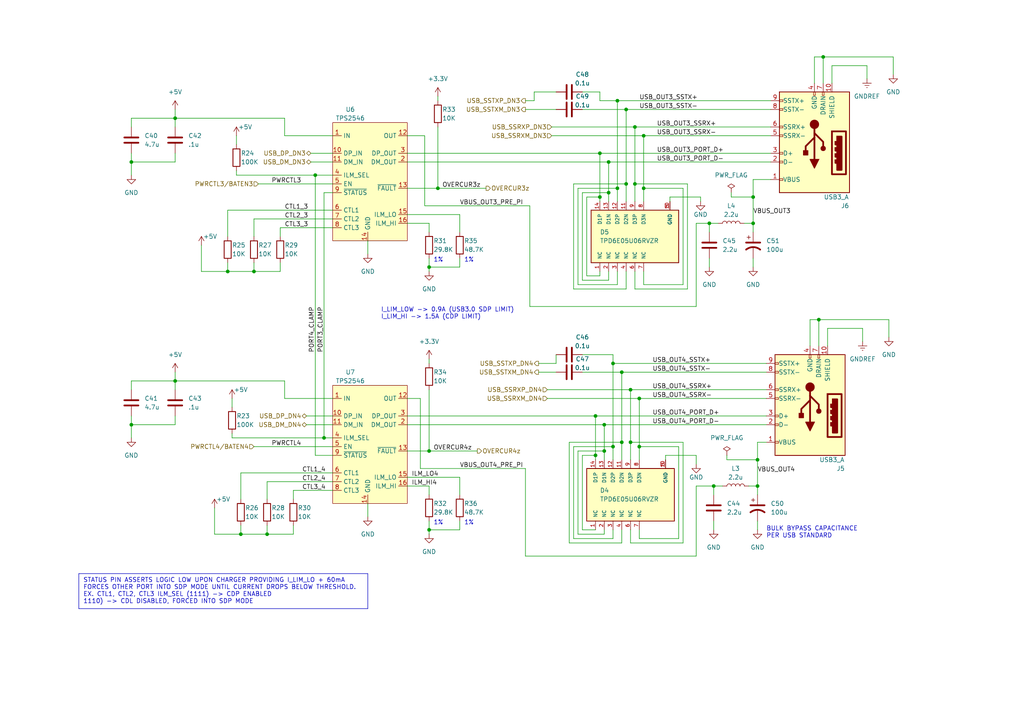
<source format=kicad_sch>
(kicad_sch (version 20230121) (generator eeschema)

  (uuid f45c8b6e-8800-4c01-86f5-f9b95eefc9c3)

  (paper "A4")

  (title_block
    (title "Powered USB3.0 Quad Hub")
    (rev "v1.0")
  )

  (lib_symbols
    (symbol "Connector:USB3_A" (pin_names (offset 1.016)) (in_bom yes) (on_board yes)
      (property "Reference" "J" (at -10.16 15.24 0)
        (effects (font (size 1.27 1.27)) (justify left))
      )
      (property "Value" "USB3_A" (at 10.16 15.24 0)
        (effects (font (size 1.27 1.27)) (justify right))
      )
      (property "Footprint" "" (at 3.81 2.54 0)
        (effects (font (size 1.27 1.27)) hide)
      )
      (property "Datasheet" "~" (at 3.81 2.54 0)
        (effects (font (size 1.27 1.27)) hide)
      )
      (property "ki_keywords" "usb universal serial bus" (at 0 0 0)
        (effects (font (size 1.27 1.27)) hide)
      )
      (property "ki_description" "USB 3.0 A connector" (at 0 0 0)
        (effects (font (size 1.27 1.27)) hide)
      )
      (symbol "USB3_A_0_0"
        (rectangle (start -9.144 8.636) (end -5.08 -3.81)
          (stroke (width 0.508) (type default))
          (fill (type none))
        )
        (rectangle (start -7.874 7.366) (end -6.604 -2.286)
          (stroke (width 0.508) (type default))
          (fill (type outline))
        )
        (rectangle (start -6.35 0) (end -6.096 -0.762)
          (stroke (width 0.508) (type default))
          (fill (type none))
        )
        (rectangle (start -6.35 1.778) (end -6.096 1.016)
          (stroke (width 0.508) (type default))
          (fill (type none))
        )
        (rectangle (start -6.35 3.556) (end -6.096 2.794)
          (stroke (width 0.508) (type default))
          (fill (type none))
        )
        (rectangle (start -6.35 5.334) (end -6.096 4.572)
          (stroke (width 0.508) (type default))
          (fill (type none))
        )
        (rectangle (start -2.794 -15.24) (end -2.286 -14.224)
          (stroke (width 0) (type default))
          (fill (type none))
        )
        (rectangle (start -0.254 -15.24) (end 0.254 -14.224)
          (stroke (width 0) (type default))
          (fill (type none))
        )
        (rectangle (start 10.16 -12.446) (end 9.144 -12.954)
          (stroke (width 0) (type default))
          (fill (type none))
        )
        (rectangle (start 10.16 -9.906) (end 9.144 -10.414)
          (stroke (width 0) (type default))
          (fill (type none))
        )
        (rectangle (start 10.16 -4.826) (end 9.144 -5.334)
          (stroke (width 0) (type default))
          (fill (type none))
        )
        (rectangle (start 10.16 -2.286) (end 9.144 -2.794)
          (stroke (width 0) (type default))
          (fill (type none))
        )
        (rectangle (start 10.16 2.794) (end 9.144 2.286)
          (stroke (width 0) (type default))
          (fill (type none))
        )
        (rectangle (start 10.16 5.334) (end 9.144 4.826)
          (stroke (width 0) (type default))
          (fill (type none))
        )
        (rectangle (start 10.16 10.414) (end 9.144 9.906)
          (stroke (width 0) (type default))
          (fill (type none))
        )
      )
      (symbol "USB3_A_0_1"
        (rectangle (start -10.16 13.97) (end 10.16 -15.24)
          (stroke (width 0.254) (type default))
          (fill (type background))
        )
      )
      (symbol "USB3_A_1_1"
        (circle (center -2.54 1.143) (radius 0.635)
          (stroke (width 0.254) (type default))
          (fill (type outline))
        )
        (circle (center 0 -5.842) (radius 1.27)
          (stroke (width 0) (type default))
          (fill (type outline))
        )
        (polyline
          (pts
            (xy 0 -5.842)
            (xy 0 4.318)
          )
          (stroke (width 0.508) (type default))
          (fill (type none))
        )
        (polyline
          (pts
            (xy 0 -3.302)
            (xy -2.54 -0.762)
            (xy -2.54 0.508)
          )
          (stroke (width 0.508) (type default))
          (fill (type none))
        )
        (polyline
          (pts
            (xy 0 -2.032)
            (xy 2.54 0.508)
            (xy 2.54 1.778)
          )
          (stroke (width 0.508) (type default))
          (fill (type none))
        )
        (polyline
          (pts
            (xy -1.27 4.318)
            (xy 0 6.858)
            (xy 1.27 4.318)
            (xy -1.27 4.318)
          )
          (stroke (width 0.254) (type default))
          (fill (type outline))
        )
        (rectangle (start 1.905 1.778) (end 3.175 3.048)
          (stroke (width 0.254) (type default))
          (fill (type outline))
        )
        (pin power_in line (at 12.7 10.16 180) (length 2.54)
          (name "VBUS" (effects (font (size 1.27 1.27))))
          (number "1" (effects (font (size 1.27 1.27))))
        )
        (pin passive line (at -5.08 -17.78 90) (length 2.54)
          (name "SHIELD" (effects (font (size 1.27 1.27))))
          (number "10" (effects (font (size 1.27 1.27))))
        )
        (pin bidirectional line (at 12.7 5.08 180) (length 2.54)
          (name "D-" (effects (font (size 1.27 1.27))))
          (number "2" (effects (font (size 1.27 1.27))))
        )
        (pin bidirectional line (at 12.7 2.54 180) (length 2.54)
          (name "D+" (effects (font (size 1.27 1.27))))
          (number "3" (effects (font (size 1.27 1.27))))
        )
        (pin power_in line (at 0 -17.78 90) (length 2.54)
          (name "GND" (effects (font (size 1.27 1.27))))
          (number "4" (effects (font (size 1.27 1.27))))
        )
        (pin output line (at 12.7 -2.54 180) (length 2.54)
          (name "SSRX-" (effects (font (size 1.27 1.27))))
          (number "5" (effects (font (size 1.27 1.27))))
        )
        (pin output line (at 12.7 -5.08 180) (length 2.54)
          (name "SSRX+" (effects (font (size 1.27 1.27))))
          (number "6" (effects (font (size 1.27 1.27))))
        )
        (pin passive line (at -2.54 -17.78 90) (length 2.54)
          (name "DRAIN" (effects (font (size 1.27 1.27))))
          (number "7" (effects (font (size 1.27 1.27))))
        )
        (pin input line (at 12.7 -10.16 180) (length 2.54)
          (name "SSTX-" (effects (font (size 1.27 1.27))))
          (number "8" (effects (font (size 1.27 1.27))))
        )
        (pin input line (at 12.7 -12.7 180) (length 2.54)
          (name "SSTX+" (effects (font (size 1.27 1.27))))
          (number "9" (effects (font (size 1.27 1.27))))
        )
      )
    )
    (symbol "Device:C" (pin_numbers hide) (pin_names (offset 0.254)) (in_bom yes) (on_board yes)
      (property "Reference" "C" (at 0.635 2.54 0)
        (effects (font (size 1.27 1.27)) (justify left))
      )
      (property "Value" "C" (at 0.635 -2.54 0)
        (effects (font (size 1.27 1.27)) (justify left))
      )
      (property "Footprint" "" (at 0.9652 -3.81 0)
        (effects (font (size 1.27 1.27)) hide)
      )
      (property "Datasheet" "~" (at 0 0 0)
        (effects (font (size 1.27 1.27)) hide)
      )
      (property "ki_keywords" "cap capacitor" (at 0 0 0)
        (effects (font (size 1.27 1.27)) hide)
      )
      (property "ki_description" "Unpolarized capacitor" (at 0 0 0)
        (effects (font (size 1.27 1.27)) hide)
      )
      (property "ki_fp_filters" "C_*" (at 0 0 0)
        (effects (font (size 1.27 1.27)) hide)
      )
      (symbol "C_0_1"
        (polyline
          (pts
            (xy -2.032 -0.762)
            (xy 2.032 -0.762)
          )
          (stroke (width 0.508) (type default))
          (fill (type none))
        )
        (polyline
          (pts
            (xy -2.032 0.762)
            (xy 2.032 0.762)
          )
          (stroke (width 0.508) (type default))
          (fill (type none))
        )
      )
      (symbol "C_1_1"
        (pin passive line (at 0 3.81 270) (length 2.794)
          (name "~" (effects (font (size 1.27 1.27))))
          (number "1" (effects (font (size 1.27 1.27))))
        )
        (pin passive line (at 0 -3.81 90) (length 2.794)
          (name "~" (effects (font (size 1.27 1.27))))
          (number "2" (effects (font (size 1.27 1.27))))
        )
      )
    )
    (symbol "Device:C_Polarized_US" (pin_numbers hide) (pin_names (offset 0.254) hide) (in_bom yes) (on_board yes)
      (property "Reference" "C" (at 0.635 2.54 0)
        (effects (font (size 1.27 1.27)) (justify left))
      )
      (property "Value" "C_Polarized_US" (at 0.635 -2.54 0)
        (effects (font (size 1.27 1.27)) (justify left))
      )
      (property "Footprint" "" (at 0 0 0)
        (effects (font (size 1.27 1.27)) hide)
      )
      (property "Datasheet" "~" (at 0 0 0)
        (effects (font (size 1.27 1.27)) hide)
      )
      (property "ki_keywords" "cap capacitor" (at 0 0 0)
        (effects (font (size 1.27 1.27)) hide)
      )
      (property "ki_description" "Polarized capacitor, US symbol" (at 0 0 0)
        (effects (font (size 1.27 1.27)) hide)
      )
      (property "ki_fp_filters" "CP_*" (at 0 0 0)
        (effects (font (size 1.27 1.27)) hide)
      )
      (symbol "C_Polarized_US_0_1"
        (polyline
          (pts
            (xy -2.032 0.762)
            (xy 2.032 0.762)
          )
          (stroke (width 0.508) (type default))
          (fill (type none))
        )
        (polyline
          (pts
            (xy -1.778 2.286)
            (xy -0.762 2.286)
          )
          (stroke (width 0) (type default))
          (fill (type none))
        )
        (polyline
          (pts
            (xy -1.27 1.778)
            (xy -1.27 2.794)
          )
          (stroke (width 0) (type default))
          (fill (type none))
        )
        (arc (start 2.032 -1.27) (mid 0 -0.5572) (end -2.032 -1.27)
          (stroke (width 0.508) (type default))
          (fill (type none))
        )
      )
      (symbol "C_Polarized_US_1_1"
        (pin passive line (at 0 3.81 270) (length 2.794)
          (name "~" (effects (font (size 1.27 1.27))))
          (number "1" (effects (font (size 1.27 1.27))))
        )
        (pin passive line (at 0 -3.81 90) (length 3.302)
          (name "~" (effects (font (size 1.27 1.27))))
          (number "2" (effects (font (size 1.27 1.27))))
        )
      )
    )
    (symbol "Device:L" (pin_numbers hide) (pin_names (offset 1.016) hide) (in_bom yes) (on_board yes)
      (property "Reference" "L" (at -1.27 0 90)
        (effects (font (size 1.27 1.27)))
      )
      (property "Value" "L" (at 1.905 0 90)
        (effects (font (size 1.27 1.27)))
      )
      (property "Footprint" "" (at 0 0 0)
        (effects (font (size 1.27 1.27)) hide)
      )
      (property "Datasheet" "~" (at 0 0 0)
        (effects (font (size 1.27 1.27)) hide)
      )
      (property "ki_keywords" "inductor choke coil reactor magnetic" (at 0 0 0)
        (effects (font (size 1.27 1.27)) hide)
      )
      (property "ki_description" "Inductor" (at 0 0 0)
        (effects (font (size 1.27 1.27)) hide)
      )
      (property "ki_fp_filters" "Choke_* *Coil* Inductor_* L_*" (at 0 0 0)
        (effects (font (size 1.27 1.27)) hide)
      )
      (symbol "L_0_1"
        (arc (start 0 -2.54) (mid 0.6323 -1.905) (end 0 -1.27)
          (stroke (width 0) (type default))
          (fill (type none))
        )
        (arc (start 0 -1.27) (mid 0.6323 -0.635) (end 0 0)
          (stroke (width 0) (type default))
          (fill (type none))
        )
        (arc (start 0 0) (mid 0.6323 0.635) (end 0 1.27)
          (stroke (width 0) (type default))
          (fill (type none))
        )
        (arc (start 0 1.27) (mid 0.6323 1.905) (end 0 2.54)
          (stroke (width 0) (type default))
          (fill (type none))
        )
      )
      (symbol "L_1_1"
        (pin passive line (at 0 3.81 270) (length 1.27)
          (name "1" (effects (font (size 1.27 1.27))))
          (number "1" (effects (font (size 1.27 1.27))))
        )
        (pin passive line (at 0 -3.81 90) (length 1.27)
          (name "2" (effects (font (size 1.27 1.27))))
          (number "2" (effects (font (size 1.27 1.27))))
        )
      )
    )
    (symbol "Device:R" (pin_numbers hide) (pin_names (offset 0)) (in_bom yes) (on_board yes)
      (property "Reference" "R" (at 2.032 0 90)
        (effects (font (size 1.27 1.27)))
      )
      (property "Value" "R" (at 0 0 90)
        (effects (font (size 1.27 1.27)))
      )
      (property "Footprint" "" (at -1.778 0 90)
        (effects (font (size 1.27 1.27)) hide)
      )
      (property "Datasheet" "~" (at 0 0 0)
        (effects (font (size 1.27 1.27)) hide)
      )
      (property "ki_keywords" "R res resistor" (at 0 0 0)
        (effects (font (size 1.27 1.27)) hide)
      )
      (property "ki_description" "Resistor" (at 0 0 0)
        (effects (font (size 1.27 1.27)) hide)
      )
      (property "ki_fp_filters" "R_*" (at 0 0 0)
        (effects (font (size 1.27 1.27)) hide)
      )
      (symbol "R_0_1"
        (rectangle (start -1.016 -2.54) (end 1.016 2.54)
          (stroke (width 0.254) (type default))
          (fill (type none))
        )
      )
      (symbol "R_1_1"
        (pin passive line (at 0 3.81 270) (length 1.27)
          (name "~" (effects (font (size 1.27 1.27))))
          (number "1" (effects (font (size 1.27 1.27))))
        )
        (pin passive line (at 0 -3.81 90) (length 1.27)
          (name "~" (effects (font (size 1.27 1.27))))
          (number "2" (effects (font (size 1.27 1.27))))
        )
      )
    )
    (symbol "TPD6E05U06RVZR:TPD6E05U06RVZR" (pin_names (offset 1.016)) (in_bom yes) (on_board yes)
      (property "Reference" "D" (at -7.6223 12.7038 0)
        (effects (font (size 1.27 1.27)) (justify left bottom))
      )
      (property "Value" "TPD6E05U06RVZR" (at -7.6202 -12.7003 0)
        (effects (font (size 1.27 1.27)) (justify left top))
      )
      (property "Footprint" "SON50P135X350X55-14N" (at 0 0 0)
        (effects (font (size 1.27 1.27)) (justify bottom) hide)
      )
      (property "Datasheet" "" (at 0 0 0)
        (effects (font (size 1.27 1.27)) hide)
      )
      (property "PARTREV" "L" (at 0 0 0)
        (effects (font (size 1.27 1.27)) (justify bottom) hide)
      )
      (property "STANDARD" "IPC-7351B" (at 0 0 0)
        (effects (font (size 1.27 1.27)) (justify bottom) hide)
      )
      (property "MANUFACTURER" "Texas Instruments" (at 0 0 0)
        (effects (font (size 1.27 1.27)) (justify bottom) hide)
      )
      (symbol "TPD6E05U06RVZR_0_0"
        (rectangle (start -7.62 -12.7) (end 7.62 12.7)
          (stroke (width 0.254) (type default))
          (fill (type background))
        )
        (pin bidirectional line (at -10.16 10.16 0) (length 2.54)
          (name "NC" (effects (font (size 1.016 1.016))))
          (number "1" (effects (font (size 1.016 1.016))))
        )
        (pin power_in line (at 10.16 -10.16 180) (length 2.54)
          (name "GND" (effects (font (size 1.016 1.016))))
          (number "10" (effects (font (size 1.016 1.016))))
        )
        (pin bidirectional line (at 10.16 2.54 180) (length 2.54)
          (name "D2N" (effects (font (size 1.016 1.016))))
          (number "11" (effects (font (size 1.016 1.016))))
        )
        (pin bidirectional line (at 10.16 5.08 180) (length 2.54)
          (name "D2P" (effects (font (size 1.016 1.016))))
          (number "12" (effects (font (size 1.016 1.016))))
        )
        (pin bidirectional line (at 10.16 7.62 180) (length 2.54)
          (name "D1N" (effects (font (size 1.016 1.016))))
          (number "13" (effects (font (size 1.016 1.016))))
        )
        (pin bidirectional line (at 10.16 10.16 180) (length 2.54)
          (name "D1P" (effects (font (size 1.016 1.016))))
          (number "14" (effects (font (size 1.016 1.016))))
        )
        (pin bidirectional line (at -10.16 7.62 0) (length 2.54)
          (name "NC" (effects (font (size 1.016 1.016))))
          (number "2" (effects (font (size 1.016 1.016))))
        )
        (pin bidirectional line (at -10.16 5.08 0) (length 2.54)
          (name "NC" (effects (font (size 1.016 1.016))))
          (number "3" (effects (font (size 1.016 1.016))))
        )
        (pin bidirectional line (at -10.16 2.54 0) (length 2.54)
          (name "NC" (effects (font (size 1.016 1.016))))
          (number "4" (effects (font (size 1.016 1.016))))
        )
        (pin power_in line (at 10.16 -10.16 180) (length 2.54)
          (name "GND" (effects (font (size 1.016 1.016))))
          (number "5" (effects (font (size 1.016 1.016))))
        )
        (pin bidirectional line (at -10.16 0 0) (length 2.54)
          (name "NC" (effects (font (size 1.016 1.016))))
          (number "6" (effects (font (size 1.016 1.016))))
        )
        (pin bidirectional line (at -10.16 -2.54 0) (length 2.54)
          (name "NC" (effects (font (size 1.016 1.016))))
          (number "7" (effects (font (size 1.016 1.016))))
        )
        (pin bidirectional line (at 10.16 -2.54 180) (length 2.54)
          (name "D3N" (effects (font (size 1.016 1.016))))
          (number "8" (effects (font (size 1.016 1.016))))
        )
        (pin bidirectional line (at 10.16 0 180) (length 2.54)
          (name "D3P" (effects (font (size 1.016 1.016))))
          (number "9" (effects (font (size 1.016 1.016))))
        )
      )
    )
    (symbol "TPD6E05U06RVZR_1" (pin_names (offset 1.016)) (in_bom yes) (on_board yes)
      (property "Reference" "D" (at -7.6223 12.7038 0)
        (effects (font (size 1.27 1.27)) (justify left bottom))
      )
      (property "Value" "TPD6E05U06RVZR_1" (at -7.6202 -12.7003 0)
        (effects (font (size 1.27 1.27)) (justify left top))
      )
      (property "Footprint" "SON50P135X350X55-14N" (at 0 0 0)
        (effects (font (size 1.27 1.27)) (justify bottom) hide)
      )
      (property "Datasheet" "" (at 0 0 0)
        (effects (font (size 1.27 1.27)) hide)
      )
      (property "PARTREV" "L" (at 0 0 0)
        (effects (font (size 1.27 1.27)) (justify bottom) hide)
      )
      (property "STANDARD" "IPC-7351B" (at 0 0 0)
        (effects (font (size 1.27 1.27)) (justify bottom) hide)
      )
      (property "MANUFACTURER" "Texas Instruments" (at 0 0 0)
        (effects (font (size 1.27 1.27)) (justify bottom) hide)
      )
      (symbol "TPD6E05U06RVZR_1_0_0"
        (rectangle (start -7.62 -12.7) (end 7.62 12.7)
          (stroke (width 0.254) (type default))
          (fill (type background))
        )
        (pin bidirectional line (at -10.16 10.16 0) (length 2.54)
          (name "NC" (effects (font (size 1.016 1.016))))
          (number "1" (effects (font (size 1.016 1.016))))
        )
        (pin power_in line (at 10.16 -10.16 180) (length 2.54)
          (name "GND" (effects (font (size 1.016 1.016))))
          (number "10" (effects (font (size 1.016 1.016))))
        )
        (pin bidirectional line (at 10.16 2.54 180) (length 2.54)
          (name "D2N" (effects (font (size 1.016 1.016))))
          (number "11" (effects (font (size 1.016 1.016))))
        )
        (pin bidirectional line (at 10.16 5.08 180) (length 2.54)
          (name "D2P" (effects (font (size 1.016 1.016))))
          (number "12" (effects (font (size 1.016 1.016))))
        )
        (pin bidirectional line (at 10.16 7.62 180) (length 2.54)
          (name "D1N" (effects (font (size 1.016 1.016))))
          (number "13" (effects (font (size 1.016 1.016))))
        )
        (pin bidirectional line (at 10.16 10.16 180) (length 2.54)
          (name "D1P" (effects (font (size 1.016 1.016))))
          (number "14" (effects (font (size 1.016 1.016))))
        )
        (pin bidirectional line (at -10.16 7.62 0) (length 2.54)
          (name "NC" (effects (font (size 1.016 1.016))))
          (number "2" (effects (font (size 1.016 1.016))))
        )
        (pin bidirectional line (at -10.16 5.08 0) (length 2.54)
          (name "NC" (effects (font (size 1.016 1.016))))
          (number "3" (effects (font (size 1.016 1.016))))
        )
        (pin bidirectional line (at -10.16 2.54 0) (length 2.54)
          (name "NC" (effects (font (size 1.016 1.016))))
          (number "4" (effects (font (size 1.016 1.016))))
        )
        (pin power_in line (at 10.16 -10.16 180) (length 2.54)
          (name "GND" (effects (font (size 1.016 1.016))))
          (number "5" (effects (font (size 1.016 1.016))))
        )
        (pin bidirectional line (at -10.16 0 0) (length 2.54)
          (name "NC" (effects (font (size 1.016 1.016))))
          (number "6" (effects (font (size 1.016 1.016))))
        )
        (pin bidirectional line (at -10.16 -2.54 0) (length 2.54)
          (name "NC" (effects (font (size 1.016 1.016))))
          (number "7" (effects (font (size 1.016 1.016))))
        )
        (pin bidirectional line (at 10.16 -2.54 180) (length 2.54)
          (name "D3N" (effects (font (size 1.016 1.016))))
          (number "8" (effects (font (size 1.016 1.016))))
        )
        (pin bidirectional line (at 10.16 0 180) (length 2.54)
          (name "D3P" (effects (font (size 1.016 1.016))))
          (number "9" (effects (font (size 1.016 1.016))))
        )
      )
    )
    (symbol "TPS2546 USB Load Switch (2:TPS2546" (in_bom yes) (on_board yes)
      (property "Reference" "U" (at -3.81 -35.56 0)
        (effects (font (size 1.27 1.27)))
      )
      (property "Value" "TPS2546" (at 0 2.54 0)
        (effects (font (size 1.27 1.27)))
      )
      (property "Footprint" "" (at 0 0 0)
        (effects (font (size 1.27 1.27)) hide)
      )
      (property "Datasheet" "" (at 0 0 0)
        (effects (font (size 1.27 1.27)) hide)
      )
      (symbol "TPS2546_0_1"
        (rectangle (start -5.08 1.27) (end 16.51 -33.02)
          (stroke (width 0) (type default))
          (fill (type background))
        )
      )
      (symbol "TPS2546_1_1"
        (pin power_in line (at -5.08 -2.54 0) (length 2.54)
          (name "IN" (effects (font (size 1.27 1.27))))
          (number "1" (effects (font (size 1.27 1.27))))
        )
        (pin bidirectional line (at -5.08 -7.62 0) (length 2.54)
          (name "DP_IN" (effects (font (size 1.27 1.27))))
          (number "10" (effects (font (size 1.27 1.27))))
        )
        (pin bidirectional line (at -5.08 -10.16 0) (length 2.54)
          (name "DM_IN" (effects (font (size 1.27 1.27))))
          (number "11" (effects (font (size 1.27 1.27))))
        )
        (pin power_out line (at 16.51 -2.54 180) (length 2.54)
          (name "OUT" (effects (font (size 1.27 1.27))))
          (number "12" (effects (font (size 1.27 1.27))))
        )
        (pin output line (at 16.51 -17.78 180) (length 2.54)
          (name "~{FAULT}" (effects (font (size 1.27 1.27))))
          (number "13" (effects (font (size 1.27 1.27))))
        )
        (pin power_in line (at 5.08 -33.02 90) (length 2.54)
          (name "GND" (effects (font (size 1.27 1.27))))
          (number "14" (effects (font (size 1.27 1.27))))
        )
        (pin input line (at 16.51 -25.4 180) (length 2.54)
          (name "ILM_LO" (effects (font (size 1.27 1.27))))
          (number "15" (effects (font (size 1.27 1.27))))
        )
        (pin input line (at 16.51 -27.94 180) (length 2.54)
          (name "ILM_HI" (effects (font (size 1.27 1.27))))
          (number "16" (effects (font (size 1.27 1.27))))
        )
        (pin bidirectional line (at 16.51 -10.16 180) (length 2.54)
          (name "DM_OUT" (effects (font (size 1.27 1.27))))
          (number "2" (effects (font (size 1.27 1.27))))
        )
        (pin bidirectional line (at 16.51 -7.62 180) (length 2.54)
          (name "DP_OUT" (effects (font (size 1.27 1.27))))
          (number "3" (effects (font (size 1.27 1.27))))
        )
        (pin input line (at -5.08 -13.97 0) (length 2.54)
          (name "ILM_SEL" (effects (font (size 1.27 1.27))))
          (number "4" (effects (font (size 1.27 1.27))))
        )
        (pin input line (at -5.08 -16.51 0) (length 2.54)
          (name "EN" (effects (font (size 1.27 1.27))))
          (number "5" (effects (font (size 1.27 1.27))))
        )
        (pin input line (at -5.08 -24.13 0) (length 2.54)
          (name "CTL1" (effects (font (size 1.27 1.27))))
          (number "6" (effects (font (size 1.27 1.27))))
        )
        (pin input line (at -5.08 -26.67 0) (length 2.54)
          (name "CTL2" (effects (font (size 1.27 1.27))))
          (number "7" (effects (font (size 1.27 1.27))))
        )
        (pin input line (at -5.08 -29.21 0) (length 2.54)
          (name "CTL3" (effects (font (size 1.27 1.27))))
          (number "8" (effects (font (size 1.27 1.27))))
        )
        (pin output line (at -5.08 -19.05 0) (length 2.54)
          (name "~{STATUS}" (effects (font (size 1.27 1.27))))
          (number "9" (effects (font (size 1.27 1.27))))
        )
      )
    )
    (symbol "TPS2546_1" (in_bom yes) (on_board yes)
      (property "Reference" "U" (at -3.81 -35.56 0)
        (effects (font (size 1.27 1.27)))
      )
      (property "Value" "TPS2546_1" (at 0 2.54 0)
        (effects (font (size 1.27 1.27)))
      )
      (property "Footprint" "" (at 0 0 0)
        (effects (font (size 1.27 1.27)) hide)
      )
      (property "Datasheet" "" (at 0 0 0)
        (effects (font (size 1.27 1.27)) hide)
      )
      (symbol "TPS2546_1_0_1"
        (rectangle (start -5.08 1.27) (end 16.51 -33.02)
          (stroke (width 0) (type default))
          (fill (type background))
        )
      )
      (symbol "TPS2546_1_1_1"
        (pin power_in line (at -5.08 -2.54 0) (length 2.54)
          (name "IN" (effects (font (size 1.27 1.27))))
          (number "1" (effects (font (size 1.27 1.27))))
        )
        (pin bidirectional line (at -5.08 -7.62 0) (length 2.54)
          (name "DP_IN" (effects (font (size 1.27 1.27))))
          (number "10" (effects (font (size 1.27 1.27))))
        )
        (pin bidirectional line (at -5.08 -10.16 0) (length 2.54)
          (name "DM_IN" (effects (font (size 1.27 1.27))))
          (number "11" (effects (font (size 1.27 1.27))))
        )
        (pin power_out line (at 16.51 -2.54 180) (length 2.54)
          (name "OUT" (effects (font (size 1.27 1.27))))
          (number "12" (effects (font (size 1.27 1.27))))
        )
        (pin output line (at 16.51 -17.78 180) (length 2.54)
          (name "~{FAULT}" (effects (font (size 1.27 1.27))))
          (number "13" (effects (font (size 1.27 1.27))))
        )
        (pin power_in line (at 5.08 -33.02 90) (length 2.54)
          (name "GND" (effects (font (size 1.27 1.27))))
          (number "14" (effects (font (size 1.27 1.27))))
        )
        (pin input line (at 16.51 -25.4 180) (length 2.54)
          (name "ILM_LO" (effects (font (size 1.27 1.27))))
          (number "15" (effects (font (size 1.27 1.27))))
        )
        (pin input line (at 16.51 -27.94 180) (length 2.54)
          (name "ILM_HI" (effects (font (size 1.27 1.27))))
          (number "16" (effects (font (size 1.27 1.27))))
        )
        (pin bidirectional line (at 16.51 -10.16 180) (length 2.54)
          (name "DM_OUT" (effects (font (size 1.27 1.27))))
          (number "2" (effects (font (size 1.27 1.27))))
        )
        (pin bidirectional line (at 16.51 -7.62 180) (length 2.54)
          (name "DP_OUT" (effects (font (size 1.27 1.27))))
          (number "3" (effects (font (size 1.27 1.27))))
        )
        (pin input line (at -5.08 -13.97 0) (length 2.54)
          (name "ILM_SEL" (effects (font (size 1.27 1.27))))
          (number "4" (effects (font (size 1.27 1.27))))
        )
        (pin input line (at -5.08 -16.51 0) (length 2.54)
          (name "EN" (effects (font (size 1.27 1.27))))
          (number "5" (effects (font (size 1.27 1.27))))
        )
        (pin input line (at -5.08 -24.13 0) (length 2.54)
          (name "CTL1" (effects (font (size 1.27 1.27))))
          (number "6" (effects (font (size 1.27 1.27))))
        )
        (pin input line (at -5.08 -26.67 0) (length 2.54)
          (name "CTL2" (effects (font (size 1.27 1.27))))
          (number "7" (effects (font (size 1.27 1.27))))
        )
        (pin input line (at -5.08 -29.21 0) (length 2.54)
          (name "CTL3" (effects (font (size 1.27 1.27))))
          (number "8" (effects (font (size 1.27 1.27))))
        )
        (pin output line (at -5.08 -19.05 0) (length 2.54)
          (name "~{STATUS}" (effects (font (size 1.27 1.27))))
          (number "9" (effects (font (size 1.27 1.27))))
        )
      )
    )
    (symbol "power:+3.3V" (power) (pin_names (offset 0)) (in_bom yes) (on_board yes)
      (property "Reference" "#PWR" (at 0 -3.81 0)
        (effects (font (size 1.27 1.27)) hide)
      )
      (property "Value" "+3.3V" (at 0 3.556 0)
        (effects (font (size 1.27 1.27)))
      )
      (property "Footprint" "" (at 0 0 0)
        (effects (font (size 1.27 1.27)) hide)
      )
      (property "Datasheet" "" (at 0 0 0)
        (effects (font (size 1.27 1.27)) hide)
      )
      (property "ki_keywords" "power-flag" (at 0 0 0)
        (effects (font (size 1.27 1.27)) hide)
      )
      (property "ki_description" "Power symbol creates a global label with name \"+3.3V\"" (at 0 0 0)
        (effects (font (size 1.27 1.27)) hide)
      )
      (symbol "+3.3V_0_1"
        (polyline
          (pts
            (xy -0.762 1.27)
            (xy 0 2.54)
          )
          (stroke (width 0) (type default))
          (fill (type none))
        )
        (polyline
          (pts
            (xy 0 0)
            (xy 0 2.54)
          )
          (stroke (width 0) (type default))
          (fill (type none))
        )
        (polyline
          (pts
            (xy 0 2.54)
            (xy 0.762 1.27)
          )
          (stroke (width 0) (type default))
          (fill (type none))
        )
      )
      (symbol "+3.3V_1_1"
        (pin power_in line (at 0 0 90) (length 0) hide
          (name "+3.3V" (effects (font (size 1.27 1.27))))
          (number "1" (effects (font (size 1.27 1.27))))
        )
      )
    )
    (symbol "power:+5V" (power) (pin_names (offset 0)) (in_bom yes) (on_board yes)
      (property "Reference" "#PWR" (at 0 -3.81 0)
        (effects (font (size 1.27 1.27)) hide)
      )
      (property "Value" "+5V" (at 0 3.556 0)
        (effects (font (size 1.27 1.27)))
      )
      (property "Footprint" "" (at 0 0 0)
        (effects (font (size 1.27 1.27)) hide)
      )
      (property "Datasheet" "" (at 0 0 0)
        (effects (font (size 1.27 1.27)) hide)
      )
      (property "ki_keywords" "power-flag" (at 0 0 0)
        (effects (font (size 1.27 1.27)) hide)
      )
      (property "ki_description" "Power symbol creates a global label with name \"+5V\"" (at 0 0 0)
        (effects (font (size 1.27 1.27)) hide)
      )
      (symbol "+5V_0_1"
        (polyline
          (pts
            (xy -0.762 1.27)
            (xy 0 2.54)
          )
          (stroke (width 0) (type default))
          (fill (type none))
        )
        (polyline
          (pts
            (xy 0 0)
            (xy 0 2.54)
          )
          (stroke (width 0) (type default))
          (fill (type none))
        )
        (polyline
          (pts
            (xy 0 2.54)
            (xy 0.762 1.27)
          )
          (stroke (width 0) (type default))
          (fill (type none))
        )
      )
      (symbol "+5V_1_1"
        (pin power_in line (at 0 0 90) (length 0) hide
          (name "+5V" (effects (font (size 1.27 1.27))))
          (number "1" (effects (font (size 1.27 1.27))))
        )
      )
    )
    (symbol "power:GND" (power) (pin_names (offset 0)) (in_bom yes) (on_board yes)
      (property "Reference" "#PWR" (at 0 -6.35 0)
        (effects (font (size 1.27 1.27)) hide)
      )
      (property "Value" "GND" (at 0 -3.81 0)
        (effects (font (size 1.27 1.27)))
      )
      (property "Footprint" "" (at 0 0 0)
        (effects (font (size 1.27 1.27)) hide)
      )
      (property "Datasheet" "" (at 0 0 0)
        (effects (font (size 1.27 1.27)) hide)
      )
      (property "ki_keywords" "power-flag" (at 0 0 0)
        (effects (font (size 1.27 1.27)) hide)
      )
      (property "ki_description" "Power symbol creates a global label with name \"GND\" , ground" (at 0 0 0)
        (effects (font (size 1.27 1.27)) hide)
      )
      (symbol "GND_0_1"
        (polyline
          (pts
            (xy 0 0)
            (xy 0 -1.27)
            (xy 1.27 -1.27)
            (xy 0 -2.54)
            (xy -1.27 -1.27)
            (xy 0 -1.27)
          )
          (stroke (width 0) (type default))
          (fill (type none))
        )
      )
      (symbol "GND_1_1"
        (pin power_in line (at 0 0 270) (length 0) hide
          (name "GND" (effects (font (size 1.27 1.27))))
          (number "1" (effects (font (size 1.27 1.27))))
        )
      )
    )
    (symbol "power:GNDREF" (power) (pin_names (offset 0)) (in_bom yes) (on_board yes)
      (property "Reference" "#PWR" (at 0 -6.35 0)
        (effects (font (size 1.27 1.27)) hide)
      )
      (property "Value" "GNDREF" (at 0 -3.81 0)
        (effects (font (size 1.27 1.27)))
      )
      (property "Footprint" "" (at 0 0 0)
        (effects (font (size 1.27 1.27)) hide)
      )
      (property "Datasheet" "" (at 0 0 0)
        (effects (font (size 1.27 1.27)) hide)
      )
      (property "ki_keywords" "power-flag" (at 0 0 0)
        (effects (font (size 1.27 1.27)) hide)
      )
      (property "ki_description" "Power symbol creates a global label with name \"GNDREF\" , reference supply ground" (at 0 0 0)
        (effects (font (size 1.27 1.27)) hide)
      )
      (symbol "GNDREF_0_1"
        (polyline
          (pts
            (xy -0.635 -1.905)
            (xy 0.635 -1.905)
          )
          (stroke (width 0) (type default))
          (fill (type none))
        )
        (polyline
          (pts
            (xy -0.127 -2.54)
            (xy 0.127 -2.54)
          )
          (stroke (width 0) (type default))
          (fill (type none))
        )
        (polyline
          (pts
            (xy 0 -1.27)
            (xy 0 0)
          )
          (stroke (width 0) (type default))
          (fill (type none))
        )
        (polyline
          (pts
            (xy 1.27 -1.27)
            (xy -1.27 -1.27)
          )
          (stroke (width 0) (type default))
          (fill (type none))
        )
      )
      (symbol "GNDREF_1_1"
        (pin power_in line (at 0 0 270) (length 0) hide
          (name "GNDREF" (effects (font (size 1.27 1.27))))
          (number "1" (effects (font (size 1.27 1.27))))
        )
      )
    )
    (symbol "power:PWR_FLAG" (power) (pin_numbers hide) (pin_names (offset 0) hide) (in_bom yes) (on_board yes)
      (property "Reference" "#FLG" (at 0 1.905 0)
        (effects (font (size 1.27 1.27)) hide)
      )
      (property "Value" "PWR_FLAG" (at 0 3.81 0)
        (effects (font (size 1.27 1.27)))
      )
      (property "Footprint" "" (at 0 0 0)
        (effects (font (size 1.27 1.27)) hide)
      )
      (property "Datasheet" "~" (at 0 0 0)
        (effects (font (size 1.27 1.27)) hide)
      )
      (property "ki_keywords" "power-flag" (at 0 0 0)
        (effects (font (size 1.27 1.27)) hide)
      )
      (property "ki_description" "Special symbol for telling ERC where power comes from" (at 0 0 0)
        (effects (font (size 1.27 1.27)) hide)
      )
      (symbol "PWR_FLAG_0_0"
        (pin power_out line (at 0 0 90) (length 0)
          (name "pwr" (effects (font (size 1.27 1.27))))
          (number "1" (effects (font (size 1.27 1.27))))
        )
      )
      (symbol "PWR_FLAG_0_1"
        (polyline
          (pts
            (xy 0 0)
            (xy 0 1.27)
            (xy -1.016 1.905)
            (xy 0 2.54)
            (xy 1.016 1.905)
            (xy 0 1.27)
          )
          (stroke (width 0) (type default))
          (fill (type none))
        )
      )
    )
  )

  (junction (at 219.71 133.35) (diameter 0) (color 0 0 0 0)
    (uuid 00199d45-d091-4535-9aa7-fb04cba30a87)
  )
  (junction (at 38.1 46.99) (diameter 0) (color 0 0 0 0)
    (uuid 143e5d0c-e8e4-4ab8-8c81-83a141643ec4)
  )
  (junction (at 181.61 53.34) (diameter 0) (color 0 0 0 0)
    (uuid 14d8c61b-0595-4502-9d4f-89154a9ffa12)
  )
  (junction (at 180.34 128.27) (diameter 0) (color 0 0 0 0)
    (uuid 17319ced-7ddf-4665-a9ce-07409dac10ea)
  )
  (junction (at 181.61 31.75) (diameter 0) (color 0 0 0 0)
    (uuid 1fbd4c2e-0def-4719-89de-e33ea4af6308)
  )
  (junction (at 207.01 140.97) (diameter 0) (color 0 0 0 0)
    (uuid 2379b57f-953d-45b9-91d4-e43a16c85092)
  )
  (junction (at 93.98 127) (diameter 0) (color 0 0 0 0)
    (uuid 273a5ff5-7dc4-45dd-ad4a-f119b1d5486f)
  )
  (junction (at 180.34 107.95) (diameter 0) (color 0 0 0 0)
    (uuid 2b3c22fa-8aa9-4f20-8328-dd3ebeeecec1)
  )
  (junction (at 179.07 29.21) (diameter 0) (color 0 0 0 0)
    (uuid 2f75daa9-9912-452c-b7a6-b9e933615e04)
  )
  (junction (at 172.72 132.08) (diameter 0) (color 0 0 0 0)
    (uuid 32505872-361d-44e8-97d2-3d1e04349e83)
  )
  (junction (at 185.42 129.54) (diameter 0) (color 0 0 0 0)
    (uuid 338aa466-87b2-4972-8c12-d307b02eba3e)
  )
  (junction (at 50.8 110.49) (diameter 0) (color 0 0 0 0)
    (uuid 362cf156-eebd-44db-811b-f45b851bb1f4)
  )
  (junction (at 66.04 78.74) (diameter 0) (color 0 0 0 0)
    (uuid 3796cada-4ea9-473e-910b-1331ca42dc8e)
  )
  (junction (at 185.42 115.57) (diameter 0) (color 0 0 0 0)
    (uuid 3d17ce45-8eff-472b-817c-9224a1dce72c)
  )
  (junction (at 176.53 55.88) (diameter 0) (color 0 0 0 0)
    (uuid 3e9aae79-ad93-4046-9e0f-e652760b6514)
  )
  (junction (at 182.88 113.03) (diameter 0) (color 0 0 0 0)
    (uuid 43ff51fe-a582-4da5-8ff9-7fed56a3b0f2)
  )
  (junction (at 218.44 64.77) (diameter 0) (color 0 0 0 0)
    (uuid 47401857-33ac-4412-965e-8fd85dc9a137)
  )
  (junction (at 177.8 129.54) (diameter 0) (color 0 0 0 0)
    (uuid 4d01ad4e-af79-4581-a2d1-e6045a6c2a22)
  )
  (junction (at 184.15 53.34) (diameter 0) (color 0 0 0 0)
    (uuid 5464295a-410c-425d-b8f4-cb510a600976)
  )
  (junction (at 186.69 54.61) (diameter 0) (color 0 0 0 0)
    (uuid 546b34d4-24e5-4552-9493-d2712fb2fa77)
  )
  (junction (at 238.76 16.51) (diameter 0) (color 0 0 0 0)
    (uuid 5a098df8-4ac1-404b-bffe-6ff1f1246c76)
  )
  (junction (at 175.26 123.19) (diameter 0) (color 0 0 0 0)
    (uuid 60e8c9f6-9a6a-42a7-b7d7-94df87b7b61a)
  )
  (junction (at 218.44 57.15) (diameter 0) (color 0 0 0 0)
    (uuid 62d21821-80f1-47e5-97b7-518ecdaebacb)
  )
  (junction (at 186.69 39.37) (diameter 0) (color 0 0 0 0)
    (uuid 6bc2d8d3-5d65-4d0e-82fc-7a8955277eb3)
  )
  (junction (at 172.72 120.65) (diameter 0) (color 0 0 0 0)
    (uuid 6e4ce2ff-30e5-4d24-850d-2bf92c6db848)
  )
  (junction (at 38.1 123.19) (diameter 0) (color 0 0 0 0)
    (uuid 75da44fd-5cd5-4601-9cbd-6ac38d4727d5)
  )
  (junction (at 237.49 92.71) (diameter 0) (color 0 0 0 0)
    (uuid 78ddd17f-eea1-4307-a713-17dad82f31d2)
  )
  (junction (at 124.46 153.67) (diameter 0) (color 0 0 0 0)
    (uuid 9374092b-addc-4332-b679-f0775ea790ba)
  )
  (junction (at 184.15 36.83) (diameter 0) (color 0 0 0 0)
    (uuid a45dc35e-0e9a-4f23-9507-33c75a3bd9b5)
  )
  (junction (at 77.47 154.94) (diameter 0) (color 0 0 0 0)
    (uuid b6f2a88b-1afa-4beb-b9f1-4bc15f60fc49)
  )
  (junction (at 124.46 130.81) (diameter 0) (color 0 0 0 0)
    (uuid bc8635f4-d513-4ddd-a946-0630673dff91)
  )
  (junction (at 91.44 50.8) (diameter 0) (color 0 0 0 0)
    (uuid bed8a4d0-c007-4e18-afce-415af4f85fe4)
  )
  (junction (at 182.88 128.27) (diameter 0) (color 0 0 0 0)
    (uuid bfa59821-8224-48d6-b42c-59ebc8ce669f)
  )
  (junction (at 175.26 130.81) (diameter 0) (color 0 0 0 0)
    (uuid c4a6dcc2-837f-4f7f-9434-d86133b9dd36)
  )
  (junction (at 179.07 54.61) (diameter 0) (color 0 0 0 0)
    (uuid c4d2c42e-e940-4d91-a6c2-176ff540232c)
  )
  (junction (at 69.85 154.94) (diameter 0) (color 0 0 0 0)
    (uuid c5322ec5-e33c-426b-8c00-fef52cc425b3)
  )
  (junction (at 205.74 64.77) (diameter 0) (color 0 0 0 0)
    (uuid c8c89950-f364-4e63-8c54-a5ce1b3a3802)
  )
  (junction (at 219.71 140.97) (diameter 0) (color 0 0 0 0)
    (uuid cc1efb07-8684-4e66-9f78-9d907163f11c)
  )
  (junction (at 173.99 44.45) (diameter 0) (color 0 0 0 0)
    (uuid e1c431ea-68f1-429f-bd41-b8692278a564)
  )
  (junction (at 73.66 78.74) (diameter 0) (color 0 0 0 0)
    (uuid e472079c-da87-43b8-ba34-ae16fd7739ca)
  )
  (junction (at 176.53 46.99) (diameter 0) (color 0 0 0 0)
    (uuid e8514991-9f2c-41f2-9671-f7396fd69423)
  )
  (junction (at 173.99 57.15) (diameter 0) (color 0 0 0 0)
    (uuid e92d31ad-b37f-4a22-b4ae-d6b42f95dc89)
  )
  (junction (at 124.46 77.47) (diameter 0) (color 0 0 0 0)
    (uuid eeb6d47d-5705-4afb-9656-bd74c170480a)
  )
  (junction (at 177.8 105.41) (diameter 0) (color 0 0 0 0)
    (uuid f076194f-2115-4102-99e8-f0daf38f4af3)
  )
  (junction (at 50.8 34.29) (diameter 0) (color 0 0 0 0)
    (uuid f28d37a2-8aac-4490-ae70-a1c9f0ea886a)
  )
  (junction (at 127 54.61) (diameter 0) (color 0 0 0 0)
    (uuid f6d9117c-e406-4547-b713-334555370d92)
  )

  (wire (pts (xy 173.99 26.67) (xy 173.99 29.21))
    (stroke (width 0) (type default))
    (uuid 002652bd-412d-4ed1-af14-9e3c3c05e624)
  )
  (wire (pts (xy 50.8 110.49) (xy 50.8 113.03))
    (stroke (width 0) (type default))
    (uuid 01edfee9-bfc4-4b11-aad9-f68e91db5f2f)
  )
  (wire (pts (xy 180.34 128.27) (xy 180.34 133.35))
    (stroke (width 0) (type default))
    (uuid 02f86158-2a17-447f-9d6b-db6364a60b0a)
  )
  (wire (pts (xy 170.18 80.01) (xy 170.18 57.15))
    (stroke (width 0) (type default))
    (uuid 034d4479-2327-4b11-b625-c0044d9773f3)
  )
  (wire (pts (xy 93.98 127) (xy 96.52 127))
    (stroke (width 0) (type default))
    (uuid 03798af8-6552-4006-817f-ec5abbe4ddc7)
  )
  (wire (pts (xy 212.09 55.88) (xy 212.09 57.15))
    (stroke (width 0) (type default))
    (uuid 03a5061f-46a3-4d98-9885-e24bc1d1fb4a)
  )
  (wire (pts (xy 118.11 44.45) (xy 173.99 44.45))
    (stroke (width 0) (type default))
    (uuid 04ad4566-85ac-4719-9109-18652d818bac)
  )
  (wire (pts (xy 50.8 31.75) (xy 50.8 34.29))
    (stroke (width 0) (type default))
    (uuid 04bac989-6cd0-485d-8671-1c26f98fb397)
  )
  (wire (pts (xy 218.44 74.93) (xy 218.44 77.47))
    (stroke (width 0) (type default))
    (uuid 051aaa87-c39a-400f-8d55-caf6b54571ed)
  )
  (wire (pts (xy 133.35 153.67) (xy 124.46 153.67))
    (stroke (width 0) (type default))
    (uuid 070711d1-2446-4491-9273-6937064fe4a5)
  )
  (wire (pts (xy 175.26 123.19) (xy 222.25 123.19))
    (stroke (width 0) (type default))
    (uuid 07124054-d739-470a-9b2f-8498b36c77a6)
  )
  (wire (pts (xy 251.46 19.05) (xy 251.46 22.86))
    (stroke (width 0) (type default))
    (uuid 0723de38-6966-4611-bd56-5e9a653aa422)
  )
  (wire (pts (xy 50.8 120.65) (xy 50.8 123.19))
    (stroke (width 0) (type default))
    (uuid 0811dc11-34db-4e79-926c-5ba98a861bae)
  )
  (wire (pts (xy 179.07 29.21) (xy 223.52 29.21))
    (stroke (width 0) (type default))
    (uuid 08ddd136-d3b0-42ee-878f-0c1cbc54f705)
  )
  (wire (pts (xy 236.22 24.13) (xy 236.22 16.51))
    (stroke (width 0) (type default))
    (uuid 0b20f4c6-5a70-4de2-8caf-bb284374ba2f)
  )
  (wire (pts (xy 181.61 53.34) (xy 181.61 58.42))
    (stroke (width 0) (type default))
    (uuid 0b49e322-3a95-46cf-9427-a51226efd915)
  )
  (wire (pts (xy 172.72 120.65) (xy 222.25 120.65))
    (stroke (width 0) (type default))
    (uuid 0c742ff5-b0d9-4271-a57c-8550f6105f7b)
  )
  (wire (pts (xy 69.85 137.16) (xy 96.52 137.16))
    (stroke (width 0) (type default))
    (uuid 0d7ce02a-dc3e-44f5-97fe-9b9beffe8e29)
  )
  (wire (pts (xy 124.46 143.51) (xy 124.46 140.97))
    (stroke (width 0) (type default))
    (uuid 0d853783-21ee-478b-8c48-9af012f88a7f)
  )
  (wire (pts (xy 196.85 129.54) (xy 185.42 129.54))
    (stroke (width 0) (type default))
    (uuid 0d8c8a4b-853f-4243-b81f-33ae502937d7)
  )
  (wire (pts (xy 207.01 143.51) (xy 207.01 140.97))
    (stroke (width 0) (type default))
    (uuid 103503ba-e60d-45d0-a49c-ceeb52a30d40)
  )
  (wire (pts (xy 81.28 66.04) (xy 96.52 66.04))
    (stroke (width 0) (type default))
    (uuid 1104b6e2-4a53-4867-bdad-312671e724ab)
  )
  (wire (pts (xy 177.8 153.67) (xy 177.8 156.21))
    (stroke (width 0) (type default))
    (uuid 118cb943-46c2-47a0-bc3e-652296914013)
  )
  (wire (pts (xy 185.42 153.67) (xy 185.42 156.21))
    (stroke (width 0) (type default))
    (uuid 13307083-4f7f-4294-82f4-7f7de5e261b1)
  )
  (wire (pts (xy 173.99 29.21) (xy 179.07 29.21))
    (stroke (width 0) (type default))
    (uuid 152d2eee-a878-4d86-9875-03293acad5ac)
  )
  (wire (pts (xy 156.21 107.95) (xy 161.29 107.95))
    (stroke (width 0) (type default))
    (uuid 17baf6e5-9c61-4a85-a34a-fa300c46be2d)
  )
  (wire (pts (xy 179.07 82.55) (xy 167.64 82.55))
    (stroke (width 0) (type default))
    (uuid 19c816d8-5930-459b-b95d-a8f413912de4)
  )
  (wire (pts (xy 67.31 115.57) (xy 67.31 118.11))
    (stroke (width 0) (type default))
    (uuid 1d1630d0-2e58-4cf8-a0fd-0dfef0c1949d)
  )
  (wire (pts (xy 176.53 55.88) (xy 176.53 58.42))
    (stroke (width 0) (type default))
    (uuid 2119f470-8cb5-485f-be39-4db396eff102)
  )
  (wire (pts (xy 121.92 115.57) (xy 121.92 135.89))
    (stroke (width 0) (type default))
    (uuid 213623e1-57cc-4e4d-a32d-df7d5492eb62)
  )
  (wire (pts (xy 240.03 95.25) (xy 240.03 100.33))
    (stroke (width 0) (type default))
    (uuid 2203c977-b3d7-477f-8b2b-4a1fb2360a42)
  )
  (wire (pts (xy 77.47 139.7) (xy 96.52 139.7))
    (stroke (width 0) (type default))
    (uuid 22067ebf-0e41-4d59-88c6-78e51e299216)
  )
  (wire (pts (xy 118.11 123.19) (xy 175.26 123.19))
    (stroke (width 0) (type default))
    (uuid 22f85dba-d384-4f3f-a89f-7d80ee5fdfb1)
  )
  (wire (pts (xy 241.3 19.05) (xy 241.3 24.13))
    (stroke (width 0) (type default))
    (uuid 248e4833-c572-42ae-b9d3-1df9c2907737)
  )
  (wire (pts (xy 167.64 54.61) (xy 179.07 54.61))
    (stroke (width 0) (type default))
    (uuid 24c2b7bb-f72e-4149-86c3-137909fbffc1)
  )
  (wire (pts (xy 66.04 78.74) (xy 58.42 78.74))
    (stroke (width 0) (type default))
    (uuid 25cd93a3-f613-4792-ba2e-3426a9382661)
  )
  (wire (pts (xy 81.28 68.58) (xy 81.28 66.04))
    (stroke (width 0) (type default))
    (uuid 2645fe51-fde8-415d-8891-ea251be01f8d)
  )
  (wire (pts (xy 179.07 78.74) (xy 179.07 82.55))
    (stroke (width 0) (type default))
    (uuid 26bccbbe-14d1-459c-a9b1-846ebc47e9da)
  )
  (wire (pts (xy 201.93 64.77) (xy 205.74 64.77))
    (stroke (width 0) (type default))
    (uuid 285d7cdc-be31-406b-a27b-270fd6d4bd53)
  )
  (wire (pts (xy 50.8 123.19) (xy 38.1 123.19))
    (stroke (width 0) (type default))
    (uuid 28c26749-d75b-41dc-9d0d-f259b74c49f9)
  )
  (wire (pts (xy 166.37 156.21) (xy 166.37 129.54))
    (stroke (width 0) (type default))
    (uuid 2903fcaf-2fa1-4214-98d8-af4c53b63431)
  )
  (wire (pts (xy 181.61 31.75) (xy 181.61 53.34))
    (stroke (width 0) (type default))
    (uuid 2a84d183-100d-4510-bb55-e41e2073280c)
  )
  (wire (pts (xy 96.52 55.88) (xy 93.98 55.88))
    (stroke (width 0) (type default))
    (uuid 2c0e5c8a-c533-487d-b508-e165daf935f2)
  )
  (wire (pts (xy 67.31 127) (xy 93.98 127))
    (stroke (width 0) (type default))
    (uuid 2c251526-4851-4751-b0bc-1e3a54d7a9f7)
  )
  (wire (pts (xy 181.61 31.75) (xy 223.52 31.75))
    (stroke (width 0) (type default))
    (uuid 2cf45842-bc2a-47b7-b5ef-bc32d671645b)
  )
  (wire (pts (xy 58.42 71.12) (xy 58.42 78.74))
    (stroke (width 0) (type default))
    (uuid 2d1e4dd2-6cc5-49e0-ad24-3cf17914820c)
  )
  (wire (pts (xy 82.55 110.49) (xy 82.55 115.57))
    (stroke (width 0) (type default))
    (uuid 2d304258-93ac-4729-85de-aa4b46d3b0a2)
  )
  (wire (pts (xy 186.69 39.37) (xy 223.52 39.37))
    (stroke (width 0) (type default))
    (uuid 2e323ad6-3831-4f05-8a58-ec90adf0dabf)
  )
  (wire (pts (xy 184.15 83.82) (xy 199.39 83.82))
    (stroke (width 0) (type default))
    (uuid 2e3deee6-02a5-46b2-baa4-fb709703cb2a)
  )
  (wire (pts (xy 68.58 49.53) (xy 68.58 50.8))
    (stroke (width 0) (type default))
    (uuid 2f667bf4-488b-4824-a539-0e20cd8ce573)
  )
  (wire (pts (xy 176.53 55.88) (xy 168.91 55.88))
    (stroke (width 0) (type default))
    (uuid 2f688796-1d0a-4154-bade-bd18e231d811)
  )
  (wire (pts (xy 73.66 78.74) (xy 66.04 78.74))
    (stroke (width 0) (type default))
    (uuid 2f7e2aa2-223d-4e52-bf18-8994529a2b09)
  )
  (wire (pts (xy 85.09 144.78) (xy 85.09 142.24))
    (stroke (width 0) (type default))
    (uuid 31809e5a-81d0-4ecc-a4d7-7b4603f9ea46)
  )
  (wire (pts (xy 90.17 46.99) (xy 96.52 46.99))
    (stroke (width 0) (type default))
    (uuid 32122f4a-3d82-46be-8de4-16a8143e14bf)
  )
  (wire (pts (xy 201.93 88.9) (xy 201.93 64.77))
    (stroke (width 0) (type default))
    (uuid 33272f98-1811-42b1-a5b2-d8ab091c826f)
  )
  (wire (pts (xy 184.15 53.34) (xy 199.39 53.34))
    (stroke (width 0) (type default))
    (uuid 360c12f9-06bc-4102-b0e7-1c8b689e7032)
  )
  (wire (pts (xy 172.72 120.65) (xy 172.72 132.08))
    (stroke (width 0) (type default))
    (uuid 36d694ec-edcf-4ba3-9c55-457c750d7448)
  )
  (wire (pts (xy 133.35 62.23) (xy 133.35 67.31))
    (stroke (width 0) (type default))
    (uuid 37595573-6128-49f0-8c83-cb6660b67b59)
  )
  (wire (pts (xy 185.42 156.21) (xy 196.85 156.21))
    (stroke (width 0) (type default))
    (uuid 385ae490-4cb4-4c2b-a431-7df049f94082)
  )
  (wire (pts (xy 124.46 74.93) (xy 124.46 77.47))
    (stroke (width 0) (type default))
    (uuid 39e0391f-a330-4c85-a046-8a20bf59466d)
  )
  (wire (pts (xy 177.8 156.21) (xy 166.37 156.21))
    (stroke (width 0) (type default))
    (uuid 3a1745d5-08c1-467f-817d-9305adbd1a30)
  )
  (wire (pts (xy 168.91 132.08) (xy 172.72 132.08))
    (stroke (width 0) (type default))
    (uuid 3c5138dd-1679-4360-b1dd-37459fda9abe)
  )
  (wire (pts (xy 186.69 54.61) (xy 186.69 58.42))
    (stroke (width 0) (type default))
    (uuid 3f44bd69-18fc-4324-a386-ab41be6a6051)
  )
  (wire (pts (xy 179.07 58.42) (xy 179.07 54.61))
    (stroke (width 0) (type default))
    (uuid 3fe6ffcb-dc35-41e1-b79e-1073110ddcb6)
  )
  (wire (pts (xy 234.95 92.71) (xy 237.49 92.71))
    (stroke (width 0) (type default))
    (uuid 404aa9df-3a44-4fa5-9ddc-f0bee45b09aa)
  )
  (wire (pts (xy 181.61 83.82) (xy 181.61 78.74))
    (stroke (width 0) (type default))
    (uuid 411c8083-5a34-4e02-98bf-5fd137e8005d)
  )
  (polyline (pts (xy 22.86 166.37) (xy 106.68 166.37))
    (stroke (width 0) (type default))
    (uuid 413b5437-00ae-4ceb-8fbd-bb06c1cd47bb)
  )

  (wire (pts (xy 96.52 132.08) (xy 91.44 132.08))
    (stroke (width 0) (type default))
    (uuid 4527d79f-a349-4963-b039-cf0a731c6c01)
  )
  (wire (pts (xy 124.46 130.81) (xy 138.43 130.81))
    (stroke (width 0) (type default))
    (uuid 466a09e8-4c2d-4bf5-bf1b-bfa09dcab4ba)
  )
  (wire (pts (xy 205.74 64.77) (xy 208.28 64.77))
    (stroke (width 0) (type default))
    (uuid 46e81176-6e2d-4f37-bbd0-a6b83f05afce)
  )
  (wire (pts (xy 196.85 156.21) (xy 196.85 129.54))
    (stroke (width 0) (type default))
    (uuid 47dde45a-d804-42e0-a3fc-790ab735b844)
  )
  (wire (pts (xy 50.8 44.45) (xy 50.8 46.99))
    (stroke (width 0) (type default))
    (uuid 485aa748-9352-42a5-9e42-fe02338dbfc7)
  )
  (wire (pts (xy 88.9 120.65) (xy 96.52 120.65))
    (stroke (width 0) (type default))
    (uuid 48ce4083-f09a-41aa-becc-3a695dc78fec)
  )
  (wire (pts (xy 218.44 57.15) (xy 218.44 64.77))
    (stroke (width 0) (type default))
    (uuid 4952cb53-17c8-46bf-be78-d4bd3e9fad55)
  )
  (wire (pts (xy 177.8 102.87) (xy 177.8 105.41))
    (stroke (width 0) (type default))
    (uuid 49eb4332-eaf9-4436-916b-1b946830c874)
  )
  (wire (pts (xy 50.8 34.29) (xy 82.55 34.29))
    (stroke (width 0) (type default))
    (uuid 4da61312-267a-4187-9c12-f3aec6ecb1f2)
  )
  (wire (pts (xy 219.71 128.27) (xy 219.71 133.35))
    (stroke (width 0) (type default))
    (uuid 4e7e089c-cfa7-4981-ae3d-b8e712975e98)
  )
  (wire (pts (xy 172.72 153.67) (xy 168.91 153.67))
    (stroke (width 0) (type default))
    (uuid 4fa09921-5aa7-402a-93c8-7aad748aab7a)
  )
  (wire (pts (xy 82.55 34.29) (xy 82.55 39.37))
    (stroke (width 0) (type default))
    (uuid 51f24665-e12c-402b-bce6-4471668611ef)
  )
  (wire (pts (xy 177.8 105.41) (xy 222.25 105.41))
    (stroke (width 0) (type default))
    (uuid 5240fd47-12ed-4f0c-b181-40ed1065a5b7)
  )
  (wire (pts (xy 73.66 68.58) (xy 73.66 63.5))
    (stroke (width 0) (type default))
    (uuid 54b2f57d-bdc7-4450-b5ad-8db0254d6d18)
  )
  (wire (pts (xy 67.31 125.73) (xy 67.31 127))
    (stroke (width 0) (type default))
    (uuid 55963c9c-a860-4118-a4f4-6761c0c19698)
  )
  (wire (pts (xy 177.8 129.54) (xy 177.8 133.35))
    (stroke (width 0) (type default))
    (uuid 564514c8-98c2-4f9b-96ec-a26979ab54a8)
  )
  (wire (pts (xy 106.68 69.85) (xy 106.68 73.66))
    (stroke (width 0) (type default))
    (uuid 59a18f74-a3b0-4659-9442-3d02d551b797)
  )
  (polyline (pts (xy 22.86 166.37) (xy 22.86 176.53))
    (stroke (width 0) (type default))
    (uuid 5ae17b88-a966-4fcc-8a52-1034548b4ba8)
  )

  (wire (pts (xy 205.74 67.31) (xy 205.74 64.77))
    (stroke (width 0) (type default))
    (uuid 5b1d858c-7b0c-4457-b7be-b733225cfff7)
  )
  (wire (pts (xy 182.88 113.03) (xy 222.25 113.03))
    (stroke (width 0) (type default))
    (uuid 5bbb1aab-0b72-4351-b8d8-c1821aa44cdf)
  )
  (wire (pts (xy 160.02 39.37) (xy 186.69 39.37))
    (stroke (width 0) (type default))
    (uuid 5c04b62d-fdad-42e9-ba97-61ef21005a6c)
  )
  (wire (pts (xy 218.44 52.07) (xy 218.44 57.15))
    (stroke (width 0) (type default))
    (uuid 5da417c7-e63e-456d-9942-acafc6db60e5)
  )
  (wire (pts (xy 118.11 62.23) (xy 133.35 62.23))
    (stroke (width 0) (type default))
    (uuid 5ff2e8e5-d6c1-4da2-945a-4fe16fcfe23c)
  )
  (wire (pts (xy 93.98 55.88) (xy 93.98 127))
    (stroke (width 0) (type default))
    (uuid 61119f76-8f36-4af3-8e7b-f5e27ca721d2)
  )
  (wire (pts (xy 127 27.94) (xy 127 29.21))
    (stroke (width 0) (type default))
    (uuid 61bb09cd-ff3f-47ac-8813-b170b5d75432)
  )
  (wire (pts (xy 77.47 152.4) (xy 77.47 154.94))
    (stroke (width 0) (type default))
    (uuid 62bbfeba-820a-4171-a9cd-e92eb566bce1)
  )
  (wire (pts (xy 158.75 113.03) (xy 182.88 113.03))
    (stroke (width 0) (type default))
    (uuid 62f06122-c26b-4597-85a7-882cc8aa57df)
  )
  (wire (pts (xy 66.04 76.2) (xy 66.04 78.74))
    (stroke (width 0) (type default))
    (uuid 62f3b361-050b-4ced-8d45-86e269ef313f)
  )
  (wire (pts (xy 85.09 154.94) (xy 77.47 154.94))
    (stroke (width 0) (type default))
    (uuid 62f94d49-fc85-4c7f-94b6-22093eab3b9c)
  )
  (wire (pts (xy 168.91 26.67) (xy 173.99 26.67))
    (stroke (width 0) (type default))
    (uuid 64ad1244-6323-4c2a-af74-128abcfba127)
  )
  (wire (pts (xy 173.99 78.74) (xy 173.99 80.01))
    (stroke (width 0) (type default))
    (uuid 64ef3cec-ec91-4161-8d5f-e7b1205cf3c3)
  )
  (wire (pts (xy 182.88 128.27) (xy 182.88 133.35))
    (stroke (width 0) (type default))
    (uuid 66355675-a2be-43de-87d4-77dead1a6374)
  )
  (polyline (pts (xy 106.68 166.37) (xy 106.68 176.53))
    (stroke (width 0) (type default))
    (uuid 66f25097-8d52-4082-abb9-bedd619ef78b)
  )

  (wire (pts (xy 237.49 92.71) (xy 257.81 92.71))
    (stroke (width 0) (type default))
    (uuid 67b3d599-5b71-4cab-829a-6467a766c1f6)
  )
  (wire (pts (xy 186.69 39.37) (xy 186.69 54.61))
    (stroke (width 0) (type default))
    (uuid 6850a1a7-ebe4-4254-8ccc-8602c197e330)
  )
  (wire (pts (xy 90.17 44.45) (xy 96.52 44.45))
    (stroke (width 0) (type default))
    (uuid 6926094e-f317-44b9-b5ae-c34f0b769d6b)
  )
  (wire (pts (xy 184.15 53.34) (xy 184.15 58.42))
    (stroke (width 0) (type default))
    (uuid 69f1cc6f-b727-4957-addb-a0e532e31ec2)
  )
  (wire (pts (xy 68.58 50.8) (xy 91.44 50.8))
    (stroke (width 0) (type default))
    (uuid 6a428ef7-11f3-4c18-960d-2eab4e159b07)
  )
  (wire (pts (xy 185.42 115.57) (xy 185.42 129.54))
    (stroke (width 0) (type default))
    (uuid 6cbe7a4a-cfc9-4cbc-ac06-a891331199fa)
  )
  (wire (pts (xy 124.46 104.14) (xy 124.46 105.41))
    (stroke (width 0) (type default))
    (uuid 6d977c0f-58a7-47c1-8a36-92321e763f0a)
  )
  (wire (pts (xy 81.28 78.74) (xy 73.66 78.74))
    (stroke (width 0) (type default))
    (uuid 6db810c1-c91f-4a87-ba32-29a0c9c14d64)
  )
  (wire (pts (xy 77.47 144.78) (xy 77.47 139.7))
    (stroke (width 0) (type default))
    (uuid 6e96525d-46fc-4eef-b5bf-439b745dde5e)
  )
  (wire (pts (xy 38.1 120.65) (xy 38.1 123.19))
    (stroke (width 0) (type default))
    (uuid 6f8529d0-29e6-407f-98e0-32e0c97df5bb)
  )
  (wire (pts (xy 173.99 80.01) (xy 170.18 80.01))
    (stroke (width 0) (type default))
    (uuid 7008c947-9f20-41d3-8b27-a40b7319ed3f)
  )
  (wire (pts (xy 38.1 36.83) (xy 38.1 34.29))
    (stroke (width 0) (type default))
    (uuid 701b24f4-e13f-4301-84e2-cbe4799d3897)
  )
  (wire (pts (xy 186.69 82.55) (xy 198.12 82.55))
    (stroke (width 0) (type default))
    (uuid 71406942-6a44-4826-b042-b5e77afe8114)
  )
  (wire (pts (xy 124.46 77.47) (xy 124.46 78.74))
    (stroke (width 0) (type default))
    (uuid 714f0e90-f71a-432c-86e0-5fb689bbe7b8)
  )
  (wire (pts (xy 210.82 133.35) (xy 219.71 133.35))
    (stroke (width 0) (type default))
    (uuid 71d01bbe-9ab5-44b2-b041-9a3db026b8c7)
  )
  (wire (pts (xy 198.12 128.27) (xy 182.88 128.27))
    (stroke (width 0) (type default))
    (uuid 72375f17-8a3f-40f4-8f94-0bfd6376703f)
  )
  (wire (pts (xy 91.44 50.8) (xy 96.52 50.8))
    (stroke (width 0) (type default))
    (uuid 74d4d369-1cf4-4c5d-9b98-72e124a4d7fd)
  )
  (wire (pts (xy 222.25 128.27) (xy 219.71 128.27))
    (stroke (width 0) (type default))
    (uuid 74f852df-ff5d-4272-8fdf-efd81bb72042)
  )
  (wire (pts (xy 218.44 64.77) (xy 218.44 67.31))
    (stroke (width 0) (type default))
    (uuid 75e6f2de-4bab-4dd8-a228-cf10ffb4e7dc)
  )
  (wire (pts (xy 176.53 81.28) (xy 176.53 78.74))
    (stroke (width 0) (type default))
    (uuid 7744851d-33a1-45ed-bd5f-a286d00c1421)
  )
  (wire (pts (xy 118.11 39.37) (xy 123.19 39.37))
    (stroke (width 0) (type default))
    (uuid 779fa2f5-bc4e-4ba8-8957-e18ccb03af52)
  )
  (wire (pts (xy 173.99 57.15) (xy 173.99 58.42))
    (stroke (width 0) (type default))
    (uuid 79503623-9ae4-4aca-ae9c-8d89b0f57526)
  )
  (wire (pts (xy 168.91 81.28) (xy 176.53 81.28))
    (stroke (width 0) (type default))
    (uuid 798ab54a-494c-40a3-aec6-565ca8ba526e)
  )
  (wire (pts (xy 38.1 46.99) (xy 38.1 50.8))
    (stroke (width 0) (type default))
    (uuid 7add8cce-0ab7-4d52-825e-2cda4bec37ce)
  )
  (wire (pts (xy 184.15 36.83) (xy 223.52 36.83))
    (stroke (width 0) (type default))
    (uuid 7b33f88b-d005-4758-a333-1f4d2e88e47f)
  )
  (wire (pts (xy 168.91 31.75) (xy 181.61 31.75))
    (stroke (width 0) (type default))
    (uuid 7c85cce7-e2b9-47dc-83fe-ebba8e9fa072)
  )
  (wire (pts (xy 181.61 53.34) (xy 166.37 53.34))
    (stroke (width 0) (type default))
    (uuid 7e42dcd8-60da-4688-a277-5246754c10ae)
  )
  (wire (pts (xy 176.53 46.99) (xy 223.52 46.99))
    (stroke (width 0) (type default))
    (uuid 7f84fbb3-8f37-4573-a67f-52f8a8cc14a7)
  )
  (wire (pts (xy 118.11 138.43) (xy 133.35 138.43))
    (stroke (width 0) (type default))
    (uuid 81ada4ac-ff88-407c-9eb1-a4ac5574297b)
  )
  (wire (pts (xy 207.01 140.97) (xy 209.55 140.97))
    (stroke (width 0) (type default))
    (uuid 82513051-ccf0-40e8-b651-cbc0acfe94c9)
  )
  (wire (pts (xy 124.46 67.31) (xy 124.46 64.77))
    (stroke (width 0) (type default))
    (uuid 82908b51-d2cd-4086-aa03-ee039e24d2ea)
  )
  (wire (pts (xy 69.85 144.78) (xy 69.85 137.16))
    (stroke (width 0) (type default))
    (uuid 82ca17bc-f7d8-40d6-aad8-7dbb25882b9a)
  )
  (wire (pts (xy 153.67 59.69) (xy 153.67 88.9))
    (stroke (width 0) (type default))
    (uuid 832799be-b6fa-44e9-b8af-26595e6bb854)
  )
  (wire (pts (xy 118.11 130.81) (xy 124.46 130.81))
    (stroke (width 0) (type default))
    (uuid 841c3f5d-2e9b-4022-a86c-35c6663a649a)
  )
  (wire (pts (xy 168.91 102.87) (xy 177.8 102.87))
    (stroke (width 0) (type default))
    (uuid 860e10c3-f1fc-4bd3-aad7-a68f88af73ba)
  )
  (wire (pts (xy 201.93 140.97) (xy 207.01 140.97))
    (stroke (width 0) (type default))
    (uuid 862050d3-0557-4674-b620-e662995c8195)
  )
  (wire (pts (xy 161.29 102.87) (xy 161.29 105.41))
    (stroke (width 0) (type default))
    (uuid 884d8cfd-1c47-4862-9827-0fa11a5dd533)
  )
  (wire (pts (xy 173.99 44.45) (xy 223.52 44.45))
    (stroke (width 0) (type default))
    (uuid 88f204a4-cbd0-4b9a-8366-6748cd1c6c44)
  )
  (wire (pts (xy 199.39 83.82) (xy 199.39 53.34))
    (stroke (width 0) (type default))
    (uuid 8912d614-f5c3-4b04-b1ee-b11730a0f6d4)
  )
  (wire (pts (xy 38.1 113.03) (xy 38.1 110.49))
    (stroke (width 0) (type default))
    (uuid 8b280212-fb3d-429f-9cbf-b4c28794dbc0)
  )
  (wire (pts (xy 133.35 74.93) (xy 133.35 77.47))
    (stroke (width 0) (type default))
    (uuid 8b33c889-494a-4c98-ab5b-2d0217817bf6)
  )
  (wire (pts (xy 50.8 34.29) (xy 50.8 36.83))
    (stroke (width 0) (type default))
    (uuid 8d0831e2-969f-4e5d-be4d-5b009df900f6)
  )
  (wire (pts (xy 106.68 146.05) (xy 106.68 149.86))
    (stroke (width 0) (type default))
    (uuid 8edb47ae-85bb-4fcd-9000-a918eb90948f)
  )
  (wire (pts (xy 175.26 153.67) (xy 175.26 154.94))
    (stroke (width 0) (type default))
    (uuid 8fdc611b-0f4d-4682-acfe-87e3670f95a6)
  )
  (wire (pts (xy 175.26 154.94) (xy 167.64 154.94))
    (stroke (width 0) (type default))
    (uuid 8ff3a53c-c4c3-4818-aa65-262f44e4e90e)
  )
  (wire (pts (xy 154.94 26.67) (xy 154.94 29.21))
    (stroke (width 0) (type default))
    (uuid 92ae42e4-6dda-46b9-aa6d-33f1562985e3)
  )
  (wire (pts (xy 158.75 115.57) (xy 185.42 115.57))
    (stroke (width 0) (type default))
    (uuid 955f2b8f-4109-480d-8a71-f7d327e32836)
  )
  (wire (pts (xy 69.85 152.4) (xy 69.85 154.94))
    (stroke (width 0) (type default))
    (uuid 9840f4e8-5269-496f-a016-8051812f9a98)
  )
  (wire (pts (xy 88.9 123.19) (xy 96.52 123.19))
    (stroke (width 0) (type default))
    (uuid 985fd112-5da9-4310-b450-d0bd134462a1)
  )
  (wire (pts (xy 237.49 92.71) (xy 237.49 100.33))
    (stroke (width 0) (type default))
    (uuid 98609f3d-fd68-4e98-a89f-2da0900da085)
  )
  (wire (pts (xy 77.47 154.94) (xy 69.85 154.94))
    (stroke (width 0) (type default))
    (uuid 9a183161-c638-4fb5-ac61-5217c7346676)
  )
  (wire (pts (xy 176.53 46.99) (xy 176.53 55.88))
    (stroke (width 0) (type default))
    (uuid 9aa8ae72-859c-4c9e-b449-86dd9c2cb112)
  )
  (wire (pts (xy 180.34 107.95) (xy 222.25 107.95))
    (stroke (width 0) (type default))
    (uuid 9ce50ad5-6017-40e5-ac10-1bed286d9f67)
  )
  (wire (pts (xy 81.28 76.2) (xy 81.28 78.74))
    (stroke (width 0) (type default))
    (uuid a25f3fbb-f49b-4ea2-b8cd-a573ecc21d44)
  )
  (wire (pts (xy 182.88 157.48) (xy 198.12 157.48))
    (stroke (width 0) (type default))
    (uuid a4cfb211-02ba-4e70-93ab-2cdf0288f1b0)
  )
  (wire (pts (xy 236.22 16.51) (xy 238.76 16.51))
    (stroke (width 0) (type default))
    (uuid a66fd8b8-bef7-4791-94b2-b8dfe3e38167)
  )
  (wire (pts (xy 66.04 60.96) (xy 96.52 60.96))
    (stroke (width 0) (type default))
    (uuid a6b866be-29b7-454f-a530-168881b5e80c)
  )
  (wire (pts (xy 118.11 115.57) (xy 121.92 115.57))
    (stroke (width 0) (type default))
    (uuid a7978a1a-1079-43ad-8835-4cf7862d41f9)
  )
  (wire (pts (xy 127 54.61) (xy 140.97 54.61))
    (stroke (width 0) (type default))
    (uuid a8a2af05-b7a7-4d60-8a16-55e94476c430)
  )
  (wire (pts (xy 182.88 113.03) (xy 182.88 128.27))
    (stroke (width 0) (type default))
    (uuid a937fef2-cd33-4fd9-a230-43c183f81146)
  )
  (wire (pts (xy 160.02 36.83) (xy 184.15 36.83))
    (stroke (width 0) (type default))
    (uuid ab3e5afb-cbe0-4a65-8cb2-d15186ba2074)
  )
  (wire (pts (xy 250.19 95.25) (xy 240.03 95.25))
    (stroke (width 0) (type default))
    (uuid ab9a0750-eef4-4848-a85f-ba9b697a9535)
  )
  (wire (pts (xy 259.08 16.51) (xy 259.08 21.59))
    (stroke (width 0) (type default))
    (uuid ac5004d0-ddf4-4e6c-9e36-899940059eac)
  )
  (wire (pts (xy 198.12 82.55) (xy 198.12 54.61))
    (stroke (width 0) (type default))
    (uuid ad1d79ea-b341-40b5-a8c5-3186fa4d9723)
  )
  (wire (pts (xy 257.81 92.71) (xy 257.81 97.79))
    (stroke (width 0) (type default))
    (uuid af4845e1-6460-46f3-bb40-d454c6ea2456)
  )
  (wire (pts (xy 38.1 34.29) (xy 50.8 34.29))
    (stroke (width 0) (type default))
    (uuid af6a59b1-470d-48b2-9743-cbd19b0d8a3b)
  )
  (wire (pts (xy 133.35 151.13) (xy 133.35 153.67))
    (stroke (width 0) (type default))
    (uuid b1c5e481-8e84-4d05-aef8-85b5ca95c8ea)
  )
  (wire (pts (xy 73.66 129.54) (xy 96.52 129.54))
    (stroke (width 0) (type default))
    (uuid b349f237-f632-48c9-beeb-a50ce6453ae6)
  )
  (wire (pts (xy 167.64 154.94) (xy 167.64 130.81))
    (stroke (width 0) (type default))
    (uuid b3779657-12c8-46e1-b034-f42527000fae)
  )
  (wire (pts (xy 82.55 115.57) (xy 96.52 115.57))
    (stroke (width 0) (type default))
    (uuid b3e391cb-5e6a-4e5d-a175-a5d5cadf2341)
  )
  (wire (pts (xy 219.71 140.97) (xy 219.71 143.51))
    (stroke (width 0) (type default))
    (uuid b3ef5da8-b778-469b-8079-b4b30b53d53a)
  )
  (wire (pts (xy 124.46 153.67) (xy 124.46 154.94))
    (stroke (width 0) (type default))
    (uuid b42003ee-93c5-40da-94ab-9ceff911eb76)
  )
  (wire (pts (xy 66.04 68.58) (xy 66.04 60.96))
    (stroke (width 0) (type default))
    (uuid b5276e3d-b887-4577-863b-4f698531a89e)
  )
  (wire (pts (xy 219.71 151.13) (xy 219.71 153.67))
    (stroke (width 0) (type default))
    (uuid b79bcd0c-f4c2-49cd-ab51-5a6b06aa4f9d)
  )
  (wire (pts (xy 201.93 161.29) (xy 201.93 140.97))
    (stroke (width 0) (type default))
    (uuid b80d378a-4546-431b-8dcc-21b855166c0b)
  )
  (wire (pts (xy 73.66 63.5) (xy 96.52 63.5))
    (stroke (width 0) (type default))
    (uuid b8c1d197-402e-4d9a-8e5f-f05e11dbc780)
  )
  (wire (pts (xy 184.15 36.83) (xy 184.15 53.34))
    (stroke (width 0) (type default))
    (uuid b9cb7632-2a62-4a83-8318-d4ae4f7c3674)
  )
  (wire (pts (xy 180.34 157.48) (xy 180.34 153.67))
    (stroke (width 0) (type default))
    (uuid ba093264-de5e-4e9e-9811-04b848ac5670)
  )
  (wire (pts (xy 223.52 52.07) (xy 218.44 52.07))
    (stroke (width 0) (type default))
    (uuid babfc177-b484-49b3-aeac-ace7e919f774)
  )
  (wire (pts (xy 238.76 16.51) (xy 259.08 16.51))
    (stroke (width 0) (type default))
    (uuid bd01b4ce-c505-4b2d-b948-1bde1d42691e)
  )
  (wire (pts (xy 238.76 16.51) (xy 238.76 24.13))
    (stroke (width 0) (type default))
    (uuid bd45128a-3a31-4e60-b752-3aad700f0f8c)
  )
  (wire (pts (xy 124.46 64.77) (xy 118.11 64.77))
    (stroke (width 0) (type default))
    (uuid bd4cbc74-fad8-4fa8-8f00-14e6172d140d)
  )
  (polyline (pts (xy 106.68 176.53) (xy 22.86 176.53))
    (stroke (width 0) (type default))
    (uuid be8c7c76-7a38-4491-b043-42678b5bdb7d)
  )

  (wire (pts (xy 194.31 58.42) (xy 194.31 57.15))
    (stroke (width 0) (type default))
    (uuid c01c6eb2-505d-444d-a487-b46dfc16b65e)
  )
  (wire (pts (xy 173.99 44.45) (xy 173.99 57.15))
    (stroke (width 0) (type default))
    (uuid c0833b6f-4525-4c96-8af1-08afc2c7c218)
  )
  (wire (pts (xy 210.82 132.08) (xy 210.82 133.35))
    (stroke (width 0) (type default))
    (uuid c172bf01-be44-4be1-b857-edfbe1ef864e)
  )
  (wire (pts (xy 73.66 76.2) (xy 73.66 78.74))
    (stroke (width 0) (type default))
    (uuid c189db82-d6e7-4901-baf7-9463be4bc5fe)
  )
  (wire (pts (xy 168.91 55.88) (xy 168.91 81.28))
    (stroke (width 0) (type default))
    (uuid c239929c-b783-4dd4-9c29-dc38f565e4e0)
  )
  (wire (pts (xy 118.11 54.61) (xy 127 54.61))
    (stroke (width 0) (type default))
    (uuid c32c9028-28ac-4097-a564-a36be3560055)
  )
  (wire (pts (xy 50.8 46.99) (xy 38.1 46.99))
    (stroke (width 0) (type default))
    (uuid c3c3fa8f-472b-4b86-99c0-884cc08ff3ef)
  )
  (wire (pts (xy 38.1 123.19) (xy 38.1 127))
    (stroke (width 0) (type default))
    (uuid c419774f-f028-447c-bcf0-6cfe5ed12cb0)
  )
  (wire (pts (xy 123.19 39.37) (xy 123.19 59.69))
    (stroke (width 0) (type default))
    (uuid c53fec43-4f57-40dd-84b1-b8d32baeddeb)
  )
  (wire (pts (xy 168.91 107.95) (xy 180.34 107.95))
    (stroke (width 0) (type default))
    (uuid c5775a76-9d0f-434c-91c6-49483f135abb)
  )
  (wire (pts (xy 166.37 129.54) (xy 177.8 129.54))
    (stroke (width 0) (type default))
    (uuid c7997c02-2edd-4cce-b230-42553941b12d)
  )
  (wire (pts (xy 124.46 113.03) (xy 124.46 130.81))
    (stroke (width 0) (type default))
    (uuid c90def20-9e57-447d-91ca-66419a0be412)
  )
  (wire (pts (xy 91.44 50.8) (xy 91.44 132.08))
    (stroke (width 0) (type default))
    (uuid c930a54d-00ed-4db8-ae83-998a201bfed6)
  )
  (wire (pts (xy 165.1 128.27) (xy 165.1 157.48))
    (stroke (width 0) (type default))
    (uuid ca20ca76-e9cf-4183-96d1-c77d98fd397f)
  )
  (wire (pts (xy 217.17 140.97) (xy 219.71 140.97))
    (stroke (width 0) (type default))
    (uuid ca2c4c9d-e232-473f-b032-f228506fa135)
  )
  (wire (pts (xy 152.4 29.21) (xy 154.94 29.21))
    (stroke (width 0) (type default))
    (uuid cc64c0a4-6495-46f1-bc6f-762db0aa4638)
  )
  (wire (pts (xy 133.35 138.43) (xy 133.35 143.51))
    (stroke (width 0) (type default))
    (uuid cc868cae-4f17-4a79-8c66-50228cc59662)
  )
  (wire (pts (xy 179.07 29.21) (xy 179.07 54.61))
    (stroke (width 0) (type default))
    (uuid cdd68dad-19ff-49db-8e43-39c1f9a25ccf)
  )
  (wire (pts (xy 124.46 151.13) (xy 124.46 153.67))
    (stroke (width 0) (type default))
    (uuid ce5a84f7-f376-4c13-858f-351a97e17949)
  )
  (wire (pts (xy 121.92 135.89) (xy 152.4 135.89))
    (stroke (width 0) (type default))
    (uuid cea5655a-be09-4605-976c-d7d741aea5e4)
  )
  (wire (pts (xy 165.1 157.48) (xy 180.34 157.48))
    (stroke (width 0) (type default))
    (uuid ced28323-afad-4874-8d8d-7d2eef8c984a)
  )
  (wire (pts (xy 68.58 39.37) (xy 68.58 41.91))
    (stroke (width 0) (type default))
    (uuid cfeedf5d-aa6e-41e9-9134-76ed2fea5621)
  )
  (wire (pts (xy 69.85 154.94) (xy 62.23 154.94))
    (stroke (width 0) (type default))
    (uuid d0f19d27-5d0e-47aa-911d-d7aaad95ee98)
  )
  (wire (pts (xy 182.88 153.67) (xy 182.88 157.48))
    (stroke (width 0) (type default))
    (uuid d12c0e6f-9285-4a1b-b432-c57c37d9ec92)
  )
  (wire (pts (xy 50.8 110.49) (xy 82.55 110.49))
    (stroke (width 0) (type default))
    (uuid d19d769c-4bbc-4b93-b181-9660a240714e)
  )
  (wire (pts (xy 133.35 77.47) (xy 124.46 77.47))
    (stroke (width 0) (type default))
    (uuid d1e2730c-ecf0-4a59-a19e-5a485d95f7a5)
  )
  (wire (pts (xy 234.95 100.33) (xy 234.95 92.71))
    (stroke (width 0) (type default))
    (uuid d36cfc97-727c-463d-ace6-6a9ce8158095)
  )
  (wire (pts (xy 118.11 120.65) (xy 172.72 120.65))
    (stroke (width 0) (type default))
    (uuid d3c6aa86-97be-4eda-b765-bfbd1cf56f02)
  )
  (wire (pts (xy 50.8 107.95) (xy 50.8 110.49))
    (stroke (width 0) (type default))
    (uuid d3eb5ece-bfdc-45b0-aa31-38a1c4b9d856)
  )
  (wire (pts (xy 82.55 39.37) (xy 96.52 39.37))
    (stroke (width 0) (type default))
    (uuid d82573b0-4405-45cf-b20a-60025ba46a63)
  )
  (wire (pts (xy 170.18 57.15) (xy 173.99 57.15))
    (stroke (width 0) (type default))
    (uuid d9c4ec35-78dc-427d-ae70-11d711608680)
  )
  (wire (pts (xy 153.67 88.9) (xy 201.93 88.9))
    (stroke (width 0) (type default))
    (uuid db527813-1f33-4363-bcb1-49bf2f3ffd24)
  )
  (wire (pts (xy 201.93 132.08) (xy 201.93 134.62))
    (stroke (width 0) (type default))
    (uuid dc95460f-bdab-43df-9fcd-f4f4cc1b02f0)
  )
  (wire (pts (xy 168.91 153.67) (xy 168.91 132.08))
    (stroke (width 0) (type default))
    (uuid dca9182d-c2f1-4176-a9af-e9ae0fc37d39)
  )
  (wire (pts (xy 177.8 105.41) (xy 177.8 129.54))
    (stroke (width 0) (type default))
    (uuid dcb1d5bd-1887-4287-a962-a742d7a0064e)
  )
  (wire (pts (xy 172.72 133.35) (xy 172.72 132.08))
    (stroke (width 0) (type default))
    (uuid de7e0545-036c-4eaf-97a6-7ab7100decd1)
  )
  (wire (pts (xy 185.42 115.57) (xy 222.25 115.57))
    (stroke (width 0) (type default))
    (uuid deefb75c-2266-4b21-83e3-aa74338ae04e)
  )
  (wire (pts (xy 207.01 151.13) (xy 207.01 153.67))
    (stroke (width 0) (type default))
    (uuid e24fb12a-a37c-420d-b920-6b800b0d87a2)
  )
  (wire (pts (xy 250.19 95.25) (xy 250.19 99.06))
    (stroke (width 0) (type default))
    (uuid e2dd0929-1d40-4f38-861c-39697233a900)
  )
  (wire (pts (xy 185.42 133.35) (xy 185.42 129.54))
    (stroke (width 0) (type default))
    (uuid e3e4561e-f12b-457e-a866-05b4f38c7e25)
  )
  (wire (pts (xy 62.23 147.32) (xy 62.23 154.94))
    (stroke (width 0) (type default))
    (uuid e49b7dee-f962-4cb1-9568-1ec639e691a3)
  )
  (wire (pts (xy 74.93 53.34) (xy 96.52 53.34))
    (stroke (width 0) (type default))
    (uuid e66c2fa9-9f67-4200-a258-b35255c7a143)
  )
  (wire (pts (xy 193.04 133.35) (xy 193.04 132.08))
    (stroke (width 0) (type default))
    (uuid e68baa03-ed3d-4db1-b0ab-76390b2f53eb)
  )
  (wire (pts (xy 203.2 57.15) (xy 203.2 58.42))
    (stroke (width 0) (type default))
    (uuid e699b5c0-bbc1-46f8-b932-8c4e1a0ed15e)
  )
  (wire (pts (xy 156.21 105.41) (xy 161.29 105.41))
    (stroke (width 0) (type default))
    (uuid e6e06073-1803-44ba-96e8-2c0b77d1a960)
  )
  (wire (pts (xy 38.1 44.45) (xy 38.1 46.99))
    (stroke (width 0) (type default))
    (uuid e6f787dd-8e41-4798-88fd-97ba0c5bc895)
  )
  (wire (pts (xy 127 36.83) (xy 127 54.61))
    (stroke (width 0) (type default))
    (uuid e7f148b0-0c9f-4575-82bf-8b041bec421b)
  )
  (wire (pts (xy 198.12 54.61) (xy 186.69 54.61))
    (stroke (width 0) (type default))
    (uuid e8b6e327-3071-4bbd-a756-6c34e18e31bd)
  )
  (wire (pts (xy 251.46 19.05) (xy 241.3 19.05))
    (stroke (width 0) (type default))
    (uuid eae6375f-7640-490f-84ee-851980105a3b)
  )
  (wire (pts (xy 118.11 46.99) (xy 176.53 46.99))
    (stroke (width 0) (type default))
    (uuid eb049698-7c5b-4cfc-b1e2-70cecb0c29c2)
  )
  (wire (pts (xy 167.64 82.55) (xy 167.64 54.61))
    (stroke (width 0) (type default))
    (uuid ebc00de3-54bc-4017-a199-69bbd2f4b29a)
  )
  (wire (pts (xy 152.4 135.89) (xy 152.4 161.29))
    (stroke (width 0) (type default))
    (uuid ecf03cdf-cf3c-483c-82d7-1411168becde)
  )
  (wire (pts (xy 175.26 123.19) (xy 175.26 130.81))
    (stroke (width 0) (type default))
    (uuid eed9cea9-e51d-44fe-bcae-8b5654c08355)
  )
  (wire (pts (xy 152.4 161.29) (xy 201.93 161.29))
    (stroke (width 0) (type default))
    (uuid f07fa165-8509-480d-ae45-07f61db09aeb)
  )
  (wire (pts (xy 212.09 57.15) (xy 218.44 57.15))
    (stroke (width 0) (type default))
    (uuid f1fd2192-44ee-4aa3-8987-b5b4a7595cec)
  )
  (wire (pts (xy 193.04 132.08) (xy 201.93 132.08))
    (stroke (width 0) (type default))
    (uuid f4071e74-0754-4502-bbaf-a379920df9a8)
  )
  (wire (pts (xy 175.26 130.81) (xy 175.26 133.35))
    (stroke (width 0) (type default))
    (uuid f4741059-dd0d-45e6-86e9-bf1c155ba179)
  )
  (wire (pts (xy 219.71 133.35) (xy 219.71 140.97))
    (stroke (width 0) (type default))
    (uuid f49c35fc-de73-4f1e-80af-5403f69d4f61)
  )
  (wire (pts (xy 124.46 140.97) (xy 118.11 140.97))
    (stroke (width 0) (type default))
    (uuid f5330bc9-0cdb-490d-aa60-cb77fb4609a6)
  )
  (wire (pts (xy 123.19 59.69) (xy 153.67 59.69))
    (stroke (width 0) (type default))
    (uuid f54613e6-7e79-4909-9777-074b5a6cf3ed)
  )
  (wire (pts (xy 167.64 130.81) (xy 175.26 130.81))
    (stroke (width 0) (type default))
    (uuid f5beab67-f5af-40b9-abb0-024ce9f8cb57)
  )
  (wire (pts (xy 85.09 152.4) (xy 85.09 154.94))
    (stroke (width 0) (type default))
    (uuid f5f83dbc-f0cd-46e7-9cdc-4745f44cedb6)
  )
  (wire (pts (xy 194.31 57.15) (xy 203.2 57.15))
    (stroke (width 0) (type default))
    (uuid f609e17b-2c37-448b-83dd-0c76791caadd)
  )
  (wire (pts (xy 205.74 74.93) (xy 205.74 77.47))
    (stroke (width 0) (type default))
    (uuid f6101e3e-05a6-444b-8dd9-a210d3cc4a7f)
  )
  (wire (pts (xy 152.4 31.75) (xy 161.29 31.75))
    (stroke (width 0) (type default))
    (uuid f63504d5-4ef8-488f-9820-1d317b2a87ca)
  )
  (wire (pts (xy 180.34 128.27) (xy 165.1 128.27))
    (stroke (width 0) (type default))
    (uuid f68051de-1b3a-4253-a187-82edaece3ca0)
  )
  (wire (pts (xy 154.94 26.67) (xy 161.29 26.67))
    (stroke (width 0) (type default))
    (uuid f6b19979-4314-461c-b95e-d53f6a2aea4c)
  )
  (wire (pts (xy 166.37 53.34) (xy 166.37 83.82))
    (stroke (width 0) (type default))
    (uuid f85d5b2b-1c78-4b85-87e8-78304d555d4a)
  )
  (wire (pts (xy 38.1 110.49) (xy 50.8 110.49))
    (stroke (width 0) (type default))
    (uuid f8e07d9c-4f5e-447a-9624-002cb01a9ff6)
  )
  (wire (pts (xy 166.37 83.82) (xy 181.61 83.82))
    (stroke (width 0) (type default))
    (uuid f9170d9c-f039-48a2-9c14-7128bee4f385)
  )
  (wire (pts (xy 215.9 64.77) (xy 218.44 64.77))
    (stroke (width 0) (type default))
    (uuid fa1954c1-a0f7-4d07-b748-23a65d1214f7)
  )
  (wire (pts (xy 184.15 78.74) (xy 184.15 83.82))
    (stroke (width 0) (type default))
    (uuid fac222d4-47ed-470b-8f9f-4b831bfbc6bf)
  )
  (wire (pts (xy 180.34 107.95) (xy 180.34 128.27))
    (stroke (width 0) (type default))
    (uuid fc3577f3-5e7c-42c7-9a58-9f7bf3ebbafd)
  )
  (wire (pts (xy 198.12 157.48) (xy 198.12 128.27))
    (stroke (width 0) (type default))
    (uuid fcd7fdd3-99f6-49ce-8947-dd37f3fd9853)
  )
  (wire (pts (xy 85.09 142.24) (xy 96.52 142.24))
    (stroke (width 0) (type default))
    (uuid fd3d3042-7943-40ed-848a-61c07fcd2cbf)
  )
  (wire (pts (xy 186.69 82.55) (xy 186.69 78.74))
    (stroke (width 0) (type default))
    (uuid ff66a4bf-752b-45a6-9bd3-41e2dc24c40a)
  )

  (text "1%\n" (at 125.73 76.2 0)
    (effects (font (size 1.27 1.27)) (justify left bottom))
    (uuid 01053516-73ce-4769-a286-a3592e606b20)
  )
  (text "1%\n" (at 125.73 152.4 0)
    (effects (font (size 1.27 1.27)) (justify left bottom))
    (uuid 1539d3e3-de1b-4ed0-9dd5-9fb18ca9f307)
  )
  (text "STATUS PIN ASSERTS LOGIC LOW UPON CHARGER PROVIDING I_LIM_LO + 60mA\nFORCES OTHER PORT INTO SDP MODE UNTIL CURRENT DROPS BELOW THRESHOLD.\nEX. CTL1, CTL2, CTL3 ILM_SEL (1111) -> CDP ENABLED\n1110) -> CDL DISABLED, FORCED INTO SDP MODE"
    (at 24.13 175.26 0)
    (effects (font (size 1.27 1.27)) (justify left bottom))
    (uuid 95b7f78c-10d6-46bc-ad98-328798453a89)
  )
  (text "1%\n" (at 134.62 76.2 0)
    (effects (font (size 1.27 1.27)) (justify left bottom))
    (uuid a3a9d077-a341-4e76-8527-f6d2a16ad228)
  )
  (text "I_LIM_LOW -> 0.9A (USB3.0 SDP LIMIT)\nI_LIM_HI -> 1.5A (CDP LIMIT)"
    (at 110.49 92.71 0)
    (effects (font (size 1.27 1.27)) (justify left bottom))
    (uuid aab827b0-afc2-4a67-b99d-e5f5e6be6cd1)
  )
  (text "1%\n" (at 134.62 152.4 0)
    (effects (font (size 1.27 1.27)) (justify left bottom))
    (uuid abe3c3e9-0909-4f31-8b89-8ff0c0bf30b9)
  )
  (text "BULK BYPASS CAPACITANCE \nPER USB STANDARD" (at 222.25 156.21 0)
    (effects (font (size 1.27 1.27)) (justify left bottom))
    (uuid d5512e52-15f3-4cfe-a4d9-c31dc976ed43)
  )

  (label "USB_OUT3_SSRX+" (at 190.5 36.83 0) (fields_autoplaced)
    (effects (font (size 1.27 1.27)) (justify left bottom))
    (uuid 032ca8cd-5130-421c-8bd5-5890ddd7a2a0)
  )
  (label "USB_OUT3_SSRX-" (at 190.5 39.37 0) (fields_autoplaced)
    (effects (font (size 1.27 1.27)) (justify left bottom))
    (uuid 0d37cb5a-c721-4ec0-8e21-624310d2180c)
  )
  (label "VBUS_OUT4_PRE_PI" (at 133.35 135.89 0) (fields_autoplaced)
    (effects (font (size 1.27 1.27)) (justify left bottom))
    (uuid 19d5e395-1bfd-49ab-8185-2c6959d8cc5b)
  )
  (label "CTL1_3" (at 82.55 60.96 0) (fields_autoplaced)
    (effects (font (size 1.27 1.27)) (justify left bottom))
    (uuid 1de17aa5-06bb-4054-9bb0-15bc8fbd89b8)
  )
  (label "CTL3_3" (at 82.55 66.04 0) (fields_autoplaced)
    (effects (font (size 1.27 1.27)) (justify left bottom))
    (uuid 2532ae8d-6da0-4f6c-aad1-d8f8528c97dc)
  )
  (label "VBUS_OUT3" (at 218.44 62.23 0) (fields_autoplaced)
    (effects (font (size 1.27 1.27)) (justify left bottom))
    (uuid 2946946a-5614-4c7b-b998-c170f5fe8c65)
  )
  (label "CTL1_4" (at 87.63 137.16 0) (fields_autoplaced)
    (effects (font (size 1.27 1.27)) (justify left bottom))
    (uuid 298d2ebc-90a6-4e2e-b324-92713f2e2d3f)
  )
  (label "PORT3_CLAMP" (at 93.98 88.9 270) (fields_autoplaced)
    (effects (font (size 1.27 1.27)) (justify right bottom))
    (uuid 3b644ea8-bd44-4f03-9db5-95be7e95e0f4)
  )
  (label "CTL3_4" (at 87.63 142.24 0) (fields_autoplaced)
    (effects (font (size 1.27 1.27)) (justify left bottom))
    (uuid 3eb6c8ef-8db7-4ae5-88c7-9d8db5cbd5e7)
  )
  (label "USB_OUT4_SSTX+" (at 189.23 105.41 0) (fields_autoplaced)
    (effects (font (size 1.27 1.27)) (justify left bottom))
    (uuid 4aa7457c-446d-4979-9fcc-e06943555476)
  )
  (label "ILM_LO4" (at 119.38 138.43 0) (fields_autoplaced)
    (effects (font (size 1.27 1.27)) (justify left bottom))
    (uuid 4b523bff-24b4-4651-b195-6f53b1c86118)
  )
  (label "OVERCUR3z" (at 128.27 54.61 0) (fields_autoplaced)
    (effects (font (size 1.27 1.27)) (justify left bottom))
    (uuid 69786fad-9136-4ea9-87cf-98a6a71c169c)
  )
  (label "USB_OUT3_PORT_D-" (at 190.5 46.99 0) (fields_autoplaced)
    (effects (font (size 1.27 1.27)) (justify left bottom))
    (uuid 72bbec98-efdf-4657-92bf-783dd5971fb7)
  )
  (label "USB_OUT4_SSRX-" (at 189.23 115.57 0) (fields_autoplaced)
    (effects (font (size 1.27 1.27)) (justify left bottom))
    (uuid 792ae069-0eee-433e-bf93-31d6b16908e2)
  )
  (label "VBUS_OUT4" (at 219.71 137.16 0) (fields_autoplaced)
    (effects (font (size 1.27 1.27)) (justify left bottom))
    (uuid 8620b7b9-aeb8-4e70-9cbe-85f5cf33f3dc)
  )
  (label "PWRCTL3" (at 78.74 53.34 0) (fields_autoplaced)
    (effects (font (size 1.27 1.27)) (justify left bottom))
    (uuid 9719e886-9fac-4c7f-8a54-48894c3fb3b8)
  )
  (label "USB_OUT4_SSRX+" (at 189.23 113.03 0) (fields_autoplaced)
    (effects (font (size 1.27 1.27)) (justify left bottom))
    (uuid 9ab31038-4e0d-4f43-aedb-1ba5129a19c2)
  )
  (label "VBUS_OUT3_PRE_PI" (at 133.35 59.69 0) (fields_autoplaced)
    (effects (font (size 1.27 1.27)) (justify left bottom))
    (uuid 9b2ac9ab-ee14-42a0-b9e3-19c066d153b2)
  )
  (label "CTL2_3" (at 82.55 63.5 0) (fields_autoplaced)
    (effects (font (size 1.27 1.27)) (justify left bottom))
    (uuid acba6d93-f421-40c9-be59-e5c278409600)
  )
  (label "PORT4_CLAMP" (at 91.44 88.9 270) (fields_autoplaced)
    (effects (font (size 1.27 1.27)) (justify right bottom))
    (uuid ad91ad7f-fa60-4d6f-9aee-2926cf0b1cd4)
  )
  (label "USB_OUT4_SSTX-" (at 189.23 107.95 0) (fields_autoplaced)
    (effects (font (size 1.27 1.27)) (justify left bottom))
    (uuid be1b9cb5-5180-465e-beaa-5bd96ca15436)
  )
  (label "OVERCUR4z" (at 125.73 130.81 0) (fields_autoplaced)
    (effects (font (size 1.27 1.27)) (justify left bottom))
    (uuid be352665-6dc3-4adf-a809-fc6d8f7f3370)
  )
  (label "USB_OUT3_SSTX+" (at 185.42 29.21 0) (fields_autoplaced)
    (effects (font (size 1.27 1.27)) (justify left bottom))
    (uuid c88824f9-ff40-40af-ba44-1bd43598880a)
  )
  (label "PWRCTL4" (at 78.74 129.54 0) (fields_autoplaced)
    (effects (font (size 1.27 1.27)) (justify left bottom))
    (uuid c899dc5c-a404-4158-8eed-06f872eb3531)
  )
  (label "USB_OUT3_PORT_D+" (at 190.5 44.45 0) (fields_autoplaced)
    (effects (font (size 1.27 1.27)) (justify left bottom))
    (uuid caa4b527-37a3-4d1c-8dcf-517cb6e4d5cd)
  )
  (label "USB_OUT3_SSTX-" (at 185.42 31.75 0) (fields_autoplaced)
    (effects (font (size 1.27 1.27)) (justify left bottom))
    (uuid cb6412bf-a1b5-498f-9d8f-31880c455012)
  )
  (label "ILM_HI4" (at 119.38 140.97 0) (fields_autoplaced)
    (effects (font (size 1.27 1.27)) (justify left bottom))
    (uuid d148029d-95a3-44f0-8d0b-dc8216a1f4c2)
  )
  (label "USB_OUT4_PORT_D-" (at 189.23 123.19 0) (fields_autoplaced)
    (effects (font (size 1.27 1.27)) (justify left bottom))
    (uuid d7a92c4f-7922-4481-9791-4a50e06716ed)
  )
  (label "CTL2_4" (at 87.63 139.7 0) (fields_autoplaced)
    (effects (font (size 1.27 1.27)) (justify left bottom))
    (uuid e3cd4bef-b6d6-48d4-828f-9925bed95bb9)
  )
  (label "USB_OUT4_PORT_D+" (at 189.23 120.65 0) (fields_autoplaced)
    (effects (font (size 1.27 1.27)) (justify left bottom))
    (uuid f23760c9-6048-4cd1-a0ea-fe1542292eac)
  )

  (hierarchical_label "USB_SSTXM_DN3" (shape output) (at 152.4 31.75 180) (fields_autoplaced)
    (effects (font (size 1.27 1.27)) (justify right))
    (uuid 17f93b4b-2a00-44f7-b124-7010c0e93d02)
  )
  (hierarchical_label "USB_DP_DN4" (shape bidirectional) (at 88.9 120.65 180) (fields_autoplaced)
    (effects (font (size 1.27 1.27)) (justify right))
    (uuid 1fec9d87-e2c5-45d3-9452-4412a4121f93)
  )
  (hierarchical_label "USB_SSRXP_DN4" (shape input) (at 158.75 113.03 180) (fields_autoplaced)
    (effects (font (size 1.27 1.27)) (justify right))
    (uuid 3dfa25e2-fb93-4884-a9ba-d81804422dbf)
  )
  (hierarchical_label "OVERCUR4z" (shape output) (at 138.43 130.81 0) (fields_autoplaced)
    (effects (font (size 1.27 1.27)) (justify left))
    (uuid 41444355-542b-4736-a829-5fd7725c64d6)
  )
  (hierarchical_label "USB_SSTXM_DN4" (shape output) (at 156.21 107.95 180) (fields_autoplaced)
    (effects (font (size 1.27 1.27)) (justify right))
    (uuid 4c9d2c23-3e60-4fa8-81ba-55e9ab003fbf)
  )
  (hierarchical_label "PWRCTL3{slash}BATEN3" (shape input) (at 74.93 53.34 180) (fields_autoplaced)
    (effects (font (size 1.27 1.27)) (justify right))
    (uuid 5e9e5b22-4bac-491f-8d3c-f703b451a3c8)
  )
  (hierarchical_label "OVERCUR3z" (shape output) (at 140.97 54.61 0) (fields_autoplaced)
    (effects (font (size 1.27 1.27)) (justify left))
    (uuid 722994cb-26b9-466d-b115-10bafdebc481)
  )
  (hierarchical_label "USB_DM_DN4" (shape bidirectional) (at 88.9 123.19 180) (fields_autoplaced)
    (effects (font (size 1.27 1.27)) (justify right))
    (uuid 8a5c6ea6-d61f-40d8-a1d9-f3b29fe316ba)
  )
  (hierarchical_label "USB_SSTXP_DN3" (shape output) (at 152.4 29.21 180) (fields_autoplaced)
    (effects (font (size 1.27 1.27)) (justify right))
    (uuid 8aaef9dd-1b4e-424f-97e0-b195752a699c)
  )
  (hierarchical_label "USB_DP_DN3" (shape bidirectional) (at 90.17 44.45 180) (fields_autoplaced)
    (effects (font (size 1.27 1.27)) (justify right))
    (uuid a580801d-3800-4b14-a0f2-ced9785c152d)
  )
  (hierarchical_label "USB_SSTXP_DN4" (shape output) (at 156.21 105.41 180) (fields_autoplaced)
    (effects (font (size 1.27 1.27)) (justify right))
    (uuid b356e55d-6649-4e57-9454-106ffc698f98)
  )
  (hierarchical_label "USB_DM_DN3" (shape bidirectional) (at 90.17 46.99 180) (fields_autoplaced)
    (effects (font (size 1.27 1.27)) (justify right))
    (uuid c3b7ee0e-5109-4137-a459-98eb509448e1)
  )
  (hierarchical_label "USB_SSRXM_DN4" (shape input) (at 158.75 115.57 180) (fields_autoplaced)
    (effects (font (size 1.27 1.27)) (justify right))
    (uuid cc1783c9-cd08-49c9-919e-136a00a92356)
  )
  (hierarchical_label "PWRCTL4{slash}BATEN4" (shape input) (at 73.66 129.54 180) (fields_autoplaced)
    (effects (font (size 1.27 1.27)) (justify right))
    (uuid d6279c1a-fb68-48d3-b895-9071dc9880c2)
  )
  (hierarchical_label "USB_SSRXM_DN3" (shape input) (at 160.02 39.37 180) (fields_autoplaced)
    (effects (font (size 1.27 1.27)) (justify right))
    (uuid d767b830-542c-4e85-acae-26fab740e503)
  )
  (hierarchical_label "USB_SSRXP_DN3" (shape input) (at 160.02 36.83 180) (fields_autoplaced)
    (effects (font (size 1.27 1.27)) (justify right))
    (uuid fbef02d5-0181-4d0c-8e9a-c74a7121b216)
  )

  (symbol (lib_id "power:+5V") (at 58.42 71.12 0) (unit 1)
    (in_bom yes) (on_board yes) (dnp no)
    (uuid 11cc0c60-df73-416f-ae22-3ace88cad04a)
    (property "Reference" "#PWR0172" (at 58.42 74.93 0)
      (effects (font (size 1.27 1.27)) hide)
    )
    (property "Value" "+5V" (at 60.96 68.58 0)
      (effects (font (size 1.27 1.27)))
    )
    (property "Footprint" "" (at 58.42 71.12 0)
      (effects (font (size 1.27 1.27)) hide)
    )
    (property "Datasheet" "" (at 58.42 71.12 0)
      (effects (font (size 1.27 1.27)) hide)
    )
    (pin "1" (uuid 152c1e25-57f6-4f1d-9fd9-703e439a0e71))
    (instances
      (project "Hybrid USB Hub (USB3.0)"
        (path "/0d875b42-864f-470b-942b-6f9f6fd5fd54/939c9811-ae5c-4de5-a354-9ca21a66669f"
          (reference "#PWR0172") (unit 1)
        )
      )
    )
  )

  (symbol (lib_id "Device:R") (at 81.28 72.39 0) (unit 1)
    (in_bom yes) (on_board yes) (dnp no)
    (uuid 11ee6462-3fb6-437a-9570-1242ee135fbc)
    (property "Reference" "R29" (at 82.55 71.12 0)
      (effects (font (size 1.27 1.27)) (justify left))
    )
    (property "Value" "10K" (at 82.55 73.66 0)
      (effects (font (size 1.27 1.27)) (justify left))
    )
    (property "Footprint" "Resistor_SMD:R_0402_1005Metric" (at 79.502 72.39 90)
      (effects (font (size 1.27 1.27)) hide)
    )
    (property "Datasheet" "~" (at 81.28 72.39 0)
      (effects (font (size 1.27 1.27)) hide)
    )
    (pin "1" (uuid 349e82cd-6a2c-451c-a3a7-71ed3dc77e8f))
    (pin "2" (uuid 835dbcc0-7930-4c7c-829b-58eab74cb181))
    (instances
      (project "Hybrid USB Hub (USB3.0)"
        (path "/0d875b42-864f-470b-942b-6f9f6fd5fd54/939c9811-ae5c-4de5-a354-9ca21a66669f"
          (reference "R29") (unit 1)
        )
      )
    )
  )

  (symbol (lib_id "Device:C") (at 207.01 147.32 0) (unit 1)
    (in_bom yes) (on_board yes) (dnp no) (fields_autoplaced)
    (uuid 171a0d88-d763-4ea9-a44f-45da44eee2a0)
    (property "Reference" "C44" (at 210.82 146.0499 0)
      (effects (font (size 1.27 1.27)) (justify left))
    )
    (property "Value" "2.2u" (at 210.82 148.5899 0)
      (effects (font (size 1.27 1.27)) (justify left))
    )
    (property "Footprint" "Capacitor_SMD:C_0402_1005Metric" (at 207.9752 151.13 0)
      (effects (font (size 1.27 1.27)) hide)
    )
    (property "Datasheet" "~" (at 207.01 147.32 0)
      (effects (font (size 1.27 1.27)) hide)
    )
    (pin "1" (uuid b447be1b-dcd5-4ef0-a4a7-12bd473b3454))
    (pin "2" (uuid c95c5e71-9a09-47b3-a461-cc769e9b4301))
    (instances
      (project "Hybrid USB Hub (USB3.0)"
        (path "/0d875b42-864f-470b-942b-6f9f6fd5fd54/939c9811-ae5c-4de5-a354-9ca21a66669f"
          (reference "C44") (unit 1)
        )
      )
    )
  )

  (symbol (lib_id "Connector:USB3_A") (at 236.22 41.91 180) (unit 1)
    (in_bom yes) (on_board yes) (dnp no)
    (uuid 1b1383ad-edc1-4367-a684-2721a75bf9a5)
    (property "Reference" "J6" (at 245.11 59.69 0)
      (effects (font (size 1.27 1.27)))
    )
    (property "Value" "USB3_A" (at 242.57 57.15 0)
      (effects (font (size 1.27 1.27)))
    )
    (property "Footprint" "Connector_USB:USB3_A_Molex_48393-001" (at 232.41 44.45 0)
      (effects (font (size 1.27 1.27)) hide)
    )
    (property "Datasheet" "~" (at 232.41 44.45 0)
      (effects (font (size 1.27 1.27)) hide)
    )
    (pin "1" (uuid 0356ea61-3498-4565-85b6-1e90a2aaaf30))
    (pin "10" (uuid 187b1600-befd-4b60-8660-46009d31ab6f))
    (pin "2" (uuid d4aac4c5-188b-4f65-b7f3-af2a9617c5ee))
    (pin "3" (uuid 87d38c70-7dfb-41ca-be04-b21a77c85fbe))
    (pin "4" (uuid 9346b50f-34ad-40d9-a8e5-70f38a5be5a8))
    (pin "5" (uuid e27e44f6-a3b0-43e8-bdfb-9feb34c3e3a2))
    (pin "6" (uuid be0c7613-9a60-4bf2-bc31-02ce8c14d7da))
    (pin "7" (uuid e4eb93b2-2210-4415-87b2-56191ab098da))
    (pin "8" (uuid c0e77c85-62e4-466d-8d75-09bad46d6c24))
    (pin "9" (uuid 7136fa35-eb75-45b4-9609-65ecf1d3a7c4))
    (instances
      (project "Hybrid USB Hub (USB3.0)"
        (path "/0d875b42-864f-470b-942b-6f9f6fd5fd54/939c9811-ae5c-4de5-a354-9ca21a66669f"
          (reference "J6") (unit 1)
        )
      )
    )
  )

  (symbol (lib_id "power:GND") (at 124.46 154.94 0) (unit 1)
    (in_bom yes) (on_board yes) (dnp no) (fields_autoplaced)
    (uuid 1c962e18-b664-4e3d-9d07-57bb24ed26ed)
    (property "Reference" "#PWR0166" (at 124.46 161.29 0)
      (effects (font (size 1.27 1.27)) hide)
    )
    (property "Value" "GND" (at 124.46 160.02 0)
      (effects (font (size 1.27 1.27)))
    )
    (property "Footprint" "" (at 124.46 154.94 0)
      (effects (font (size 1.27 1.27)) hide)
    )
    (property "Datasheet" "" (at 124.46 154.94 0)
      (effects (font (size 1.27 1.27)) hide)
    )
    (pin "1" (uuid 6137c452-d6d0-4e1a-a049-785fa26eddd2))
    (instances
      (project "Hybrid USB Hub (USB3.0)"
        (path "/0d875b42-864f-470b-942b-6f9f6fd5fd54/939c9811-ae5c-4de5-a354-9ca21a66669f"
          (reference "#PWR0166") (unit 1)
        )
      )
    )
  )

  (symbol (lib_id "power:GND") (at 205.74 77.47 0) (unit 1)
    (in_bom yes) (on_board yes) (dnp no) (fields_autoplaced)
    (uuid 2064b1c2-de82-4c40-a48c-605ec22ea9c4)
    (property "Reference" "#PWR0159" (at 205.74 83.82 0)
      (effects (font (size 1.27 1.27)) hide)
    )
    (property "Value" "GND" (at 205.74 82.55 0)
      (effects (font (size 1.27 1.27)))
    )
    (property "Footprint" "" (at 205.74 77.47 0)
      (effects (font (size 1.27 1.27)) hide)
    )
    (property "Datasheet" "" (at 205.74 77.47 0)
      (effects (font (size 1.27 1.27)) hide)
    )
    (pin "1" (uuid 5d2ab083-1285-450e-8a9a-926201565abc))
    (instances
      (project "Hybrid USB Hub (USB3.0)"
        (path "/0d875b42-864f-470b-942b-6f9f6fd5fd54/939c9811-ae5c-4de5-a354-9ca21a66669f"
          (reference "#PWR0159") (unit 1)
        )
      )
    )
  )

  (symbol (lib_id "power:+5V") (at 50.8 31.75 0) (unit 1)
    (in_bom yes) (on_board yes) (dnp no)
    (uuid 21d9aad2-1d91-40c8-aa9e-86b84f58ff7e)
    (property "Reference" "#PWR0168" (at 50.8 35.56 0)
      (effects (font (size 1.27 1.27)) hide)
    )
    (property "Value" "+5V" (at 50.8 26.67 0)
      (effects (font (size 1.27 1.27)))
    )
    (property "Footprint" "" (at 50.8 31.75 0)
      (effects (font (size 1.27 1.27)) hide)
    )
    (property "Datasheet" "" (at 50.8 31.75 0)
      (effects (font (size 1.27 1.27)) hide)
    )
    (pin "1" (uuid 37cbc7da-a7a9-46d0-b51a-a61aa28824a0))
    (instances
      (project "Hybrid USB Hub (USB3.0)"
        (path "/0d875b42-864f-470b-942b-6f9f6fd5fd54/939c9811-ae5c-4de5-a354-9ca21a66669f"
          (reference "#PWR0168") (unit 1)
        )
      )
    )
  )

  (symbol (lib_id "Device:R") (at 124.46 71.12 0) (unit 1)
    (in_bom yes) (on_board yes) (dnp no)
    (uuid 22417b4b-9b1c-4b79-912a-f442a7ea0efe)
    (property "Reference" "R31" (at 125.73 69.85 0)
      (effects (font (size 1.27 1.27)) (justify left))
    )
    (property "Value" "29.8K" (at 125.73 72.39 0)
      (effects (font (size 1.27 1.27)) (justify left))
    )
    (property "Footprint" "Resistor_SMD:R_0402_1005Metric" (at 122.682 71.12 90)
      (effects (font (size 1.27 1.27)) hide)
    )
    (property "Datasheet" "~" (at 124.46 71.12 0)
      (effects (font (size 1.27 1.27)) hide)
    )
    (pin "1" (uuid 35e79a3e-6b5b-462e-a617-5663cc281d3a))
    (pin "2" (uuid 4875a350-d769-49cd-969e-9a61be56405e))
    (instances
      (project "Hybrid USB Hub (USB3.0)"
        (path "/0d875b42-864f-470b-942b-6f9f6fd5fd54/939c9811-ae5c-4de5-a354-9ca21a66669f"
          (reference "R31") (unit 1)
        )
      )
    )
  )

  (symbol (lib_id "Device:C") (at 50.8 116.84 0) (unit 1)
    (in_bom yes) (on_board yes) (dnp no) (fields_autoplaced)
    (uuid 2e41dfcc-2714-4001-b1a0-5da99c957964)
    (property "Reference" "C43" (at 54.61 115.5699 0)
      (effects (font (size 1.27 1.27)) (justify left))
    )
    (property "Value" ".1u" (at 54.61 118.1099 0)
      (effects (font (size 1.27 1.27)) (justify left))
    )
    (property "Footprint" "Capacitor_SMD:C_0402_1005Metric" (at 51.7652 120.65 0)
      (effects (font (size 1.27 1.27)) hide)
    )
    (property "Datasheet" "~" (at 50.8 116.84 0)
      (effects (font (size 1.27 1.27)) hide)
    )
    (pin "1" (uuid 3b3488a5-292c-40b2-a6e7-691116955607))
    (pin "2" (uuid f8225060-77a3-4324-9627-149e10ec8031))
    (instances
      (project "Hybrid USB Hub (USB3.0)"
        (path "/0d875b42-864f-470b-942b-6f9f6fd5fd54/939c9811-ae5c-4de5-a354-9ca21a66669f"
          (reference "C43") (unit 1)
        )
      )
    )
  )

  (symbol (lib_id "power:PWR_FLAG") (at 210.82 132.08 0) (unit 1)
    (in_bom yes) (on_board yes) (dnp no) (fields_autoplaced)
    (uuid 301b7869-1de2-4acc-ab8e-a5d9506bfb0d)
    (property "Reference" "#FLG0103" (at 210.82 130.175 0)
      (effects (font (size 1.27 1.27)) hide)
    )
    (property "Value" "PWR_FLAG" (at 210.82 127 0)
      (effects (font (size 1.27 1.27)))
    )
    (property "Footprint" "" (at 210.82 132.08 0)
      (effects (font (size 1.27 1.27)) hide)
    )
    (property "Datasheet" "~" (at 210.82 132.08 0)
      (effects (font (size 1.27 1.27)) hide)
    )
    (pin "1" (uuid 1dff5fb5-6333-41f8-b501-48875c4edcdc))
    (instances
      (project "Hybrid USB Hub (USB3.0)"
        (path "/0d875b42-864f-470b-942b-6f9f6fd5fd54/939c9811-ae5c-4de5-a354-9ca21a66669f"
          (reference "#FLG0103") (unit 1)
        )
      )
    )
  )

  (symbol (lib_id "Device:R") (at 77.47 148.59 0) (unit 1)
    (in_bom yes) (on_board yes) (dnp no)
    (uuid 3625a2a6-f0ae-4830-8f3e-2496b9b71526)
    (property "Reference" "R28" (at 78.74 147.32 0)
      (effects (font (size 1.27 1.27)) (justify left))
    )
    (property "Value" "10K" (at 78.74 149.86 0)
      (effects (font (size 1.27 1.27)) (justify left))
    )
    (property "Footprint" "Resistor_SMD:R_0402_1005Metric" (at 75.692 148.59 90)
      (effects (font (size 1.27 1.27)) hide)
    )
    (property "Datasheet" "~" (at 77.47 148.59 0)
      (effects (font (size 1.27 1.27)) hide)
    )
    (pin "1" (uuid 8e1b76cd-96a5-4a69-af9f-5d6bba7d816a))
    (pin "2" (uuid 4075ec87-1f6e-47c1-8f71-1e5e2e281552))
    (instances
      (project "Hybrid USB Hub (USB3.0)"
        (path "/0d875b42-864f-470b-942b-6f9f6fd5fd54/939c9811-ae5c-4de5-a354-9ca21a66669f"
          (reference "R28") (unit 1)
        )
      )
    )
  )

  (symbol (lib_id "power:+3.3V") (at 124.46 104.14 0) (unit 1)
    (in_bom yes) (on_board yes) (dnp no) (fields_autoplaced)
    (uuid 3d301401-2460-41f8-a8dd-52e64111386e)
    (property "Reference" "#PWR0160" (at 124.46 107.95 0)
      (effects (font (size 1.27 1.27)) hide)
    )
    (property "Value" "+3.3V" (at 124.46 99.06 0)
      (effects (font (size 1.27 1.27)))
    )
    (property "Footprint" "" (at 124.46 104.14 0)
      (effects (font (size 1.27 1.27)) hide)
    )
    (property "Datasheet" "" (at 124.46 104.14 0)
      (effects (font (size 1.27 1.27)) hide)
    )
    (pin "1" (uuid 5b11a309-b7ea-4eeb-bda4-d9052473ed3b))
    (instances
      (project "Hybrid USB Hub (USB3.0)"
        (path "/0d875b42-864f-470b-942b-6f9f6fd5fd54/939c9811-ae5c-4de5-a354-9ca21a66669f"
          (reference "#PWR0160") (unit 1)
        )
      )
    )
  )

  (symbol (lib_id "power:+3.3V") (at 127 27.94 0) (unit 1)
    (in_bom yes) (on_board yes) (dnp no) (fields_autoplaced)
    (uuid 4298c0cd-1713-4f9a-9906-842996634d26)
    (property "Reference" "#PWR0157" (at 127 31.75 0)
      (effects (font (size 1.27 1.27)) hide)
    )
    (property "Value" "+3.3V" (at 127 22.86 0)
      (effects (font (size 1.27 1.27)))
    )
    (property "Footprint" "" (at 127 27.94 0)
      (effects (font (size 1.27 1.27)) hide)
    )
    (property "Datasheet" "" (at 127 27.94 0)
      (effects (font (size 1.27 1.27)) hide)
    )
    (pin "1" (uuid 11972641-e950-4af6-92c0-dc9a94581cb9))
    (instances
      (project "Hybrid USB Hub (USB3.0)"
        (path "/0d875b42-864f-470b-942b-6f9f6fd5fd54/939c9811-ae5c-4de5-a354-9ca21a66669f"
          (reference "#PWR0157") (unit 1)
        )
      )
    )
  )

  (symbol (lib_id "TPS2546 USB Load Switch (2:TPS2546") (at 101.6 113.03 0) (unit 1)
    (in_bom yes) (on_board yes) (dnp no)
    (uuid 4dd16107-055e-4bcf-814a-34741f47e881)
    (property "Reference" "U7" (at 101.6 107.95 0)
      (effects (font (size 1.27 1.27)))
    )
    (property "Value" "TPS2546" (at 101.6 110.49 0)
      (effects (font (size 1.27 1.27)))
    )
    (property "Footprint" "TPS2546RTER:TPS2546RTER" (at 101.6 113.03 0)
      (effects (font (size 1.27 1.27)) hide)
    )
    (property "Datasheet" "" (at 101.6 113.03 0)
      (effects (font (size 1.27 1.27)) hide)
    )
    (pin "1" (uuid 6d02e204-fffe-41fc-8dad-34b6032fcd4d))
    (pin "10" (uuid 2b88c41a-664a-48c9-87cc-a2db0cdeabbc))
    (pin "11" (uuid 3def0e96-6c53-4406-bcda-45e3e35fe75e))
    (pin "12" (uuid dd8e080a-20d8-4121-8eaf-53b8a7769bd2))
    (pin "13" (uuid 0d183056-0e5d-407c-a72b-dfe70650802a))
    (pin "14" (uuid 8c5436d0-f3db-4f17-9aec-79f1028eb17e))
    (pin "15" (uuid 31aecd92-8b56-4bb3-b9a8-525d15df312b))
    (pin "16" (uuid f6ce14f8-88dd-48ed-a88c-e26d7d8f5174))
    (pin "2" (uuid 6ef7a793-211f-46b4-8b41-50503884d2ce))
    (pin "3" (uuid c2b5129a-eca9-4e20-8b50-733c8914d89f))
    (pin "4" (uuid 175c789e-6313-4386-af58-c3e3ce8b133f))
    (pin "5" (uuid 4ad9f40f-9b84-417e-8c14-517e528418ea))
    (pin "6" (uuid b69d66df-6c9e-4255-851d-e8b40257d220))
    (pin "7" (uuid 90325d46-4f5b-438c-b346-158354fa54d7))
    (pin "8" (uuid 406f91a1-797b-4915-bf16-213b20621233))
    (pin "9" (uuid 559d6268-d125-409c-a62b-856df4d06924))
    (instances
      (project "Hybrid USB Hub (USB3.0)"
        (path "/0d875b42-864f-470b-942b-6f9f6fd5fd54/939c9811-ae5c-4de5-a354-9ca21a66669f"
          (reference "U7") (unit 1)
        )
      )
    )
  )

  (symbol (lib_id "Device:R") (at 69.85 148.59 0) (unit 1)
    (in_bom yes) (on_board yes) (dnp no)
    (uuid 4dd692bc-07d4-443f-8540-0f875dd7c1fa)
    (property "Reference" "R26" (at 71.12 147.32 0)
      (effects (font (size 1.27 1.27)) (justify left))
    )
    (property "Value" "10K" (at 71.12 149.86 0)
      (effects (font (size 1.27 1.27)) (justify left))
    )
    (property "Footprint" "Resistor_SMD:R_0402_1005Metric" (at 68.072 148.59 90)
      (effects (font (size 1.27 1.27)) hide)
    )
    (property "Datasheet" "~" (at 69.85 148.59 0)
      (effects (font (size 1.27 1.27)) hide)
    )
    (pin "1" (uuid 6202cefb-df6a-44e7-919f-80925721dcd0))
    (pin "2" (uuid c8bb231a-e0f8-482e-a1e4-5ac659ae3b9a))
    (instances
      (project "Hybrid USB Hub (USB3.0)"
        (path "/0d875b42-864f-470b-942b-6f9f6fd5fd54/939c9811-ae5c-4de5-a354-9ca21a66669f"
          (reference "R26") (unit 1)
        )
      )
    )
  )

  (symbol (lib_id "Device:R") (at 73.66 72.39 0) (unit 1)
    (in_bom yes) (on_board yes) (dnp no)
    (uuid 4e8f95d8-c87c-4616-b348-04d1b7244829)
    (property "Reference" "R27" (at 74.93 71.12 0)
      (effects (font (size 1.27 1.27)) (justify left))
    )
    (property "Value" "10K" (at 74.93 73.66 0)
      (effects (font (size 1.27 1.27)) (justify left))
    )
    (property "Footprint" "Resistor_SMD:R_0402_1005Metric" (at 71.882 72.39 90)
      (effects (font (size 1.27 1.27)) hide)
    )
    (property "Datasheet" "~" (at 73.66 72.39 0)
      (effects (font (size 1.27 1.27)) hide)
    )
    (pin "1" (uuid afc6dd08-6138-449a-af48-2833fe8d2102))
    (pin "2" (uuid cbda883e-4b75-4b95-b4bf-3a0a6c0151b6))
    (instances
      (project "Hybrid USB Hub (USB3.0)"
        (path "/0d875b42-864f-470b-942b-6f9f6fd5fd54/939c9811-ae5c-4de5-a354-9ca21a66669f"
          (reference "R27") (unit 1)
        )
      )
    )
  )

  (symbol (lib_name "TPS2546_1") (lib_id "TPS2546 USB Load Switch (2:TPS2546") (at 101.6 36.83 0) (unit 1)
    (in_bom yes) (on_board yes) (dnp no)
    (uuid 4f25c362-5d2c-49e5-8db8-104f35dcbeb5)
    (property "Reference" "U6" (at 101.6 31.75 0)
      (effects (font (size 1.27 1.27)))
    )
    (property "Value" "TPS2546" (at 101.6 34.29 0)
      (effects (font (size 1.27 1.27)))
    )
    (property "Footprint" "TPS2546RTER:TPS2546RTER" (at 101.6 36.83 0)
      (effects (font (size 1.27 1.27)) hide)
    )
    (property "Datasheet" "" (at 101.6 36.83 0)
      (effects (font (size 1.27 1.27)) hide)
    )
    (pin "1" (uuid 1c54fa8d-8859-4710-967d-6788cdd3b5fd))
    (pin "10" (uuid c49b70ae-5dd7-4203-bec1-2ef6cc30df75))
    (pin "11" (uuid f03cada8-60a4-4d75-b1bf-3d180f9c661c))
    (pin "12" (uuid 89bd6e6c-9e5f-4fee-a3fc-8d87178abf6e))
    (pin "13" (uuid a333f453-0deb-4bd7-9385-5493115f42ea))
    (pin "14" (uuid 578300e3-e53f-458c-beee-f94a579495c0))
    (pin "15" (uuid 2d45979a-820c-471b-b1d7-bb7b9431a061))
    (pin "16" (uuid aefb785e-24a5-4cf8-98e5-6882730fcc3a))
    (pin "2" (uuid 1619db29-a134-4ab7-bfa6-f540d395f7c2))
    (pin "3" (uuid 8160c140-f1fb-4583-933c-b69aa1e5036a))
    (pin "4" (uuid 511864bc-c98f-49ef-87b6-4b214183dc5e))
    (pin "5" (uuid 1fe275db-8af6-428f-b185-3e20bdf37289))
    (pin "6" (uuid 62bcfef5-9e82-40a6-9cca-2372b78b3653))
    (pin "7" (uuid cd136b82-0c03-4fe1-a883-54a96b750cf2))
    (pin "8" (uuid 517369b4-4b49-476f-bd56-ad35c6af837f))
    (pin "9" (uuid 5b96e06d-5026-43b8-ba25-99bb24680c72))
    (instances
      (project "Hybrid USB Hub (USB3.0)"
        (path "/0d875b42-864f-470b-942b-6f9f6fd5fd54/939c9811-ae5c-4de5-a354-9ca21a66669f"
          (reference "U6") (unit 1)
        )
      )
    )
  )

  (symbol (lib_id "Device:R") (at 127 33.02 0) (unit 1)
    (in_bom yes) (on_board yes) (dnp no)
    (uuid 53c00de6-e055-4812-8106-b9db00edd0b0)
    (property "Reference" "R33" (at 128.27 31.75 0)
      (effects (font (size 1.27 1.27)) (justify left))
    )
    (property "Value" "10K" (at 128.27 34.29 0)
      (effects (font (size 1.27 1.27)) (justify left))
    )
    (property "Footprint" "Resistor_SMD:R_0402_1005Metric" (at 125.222 33.02 90)
      (effects (font (size 1.27 1.27)) hide)
    )
    (property "Datasheet" "~" (at 127 33.02 0)
      (effects (font (size 1.27 1.27)) hide)
    )
    (pin "1" (uuid 1eee13a8-cdef-4376-b459-2239bc7a2973))
    (pin "2" (uuid 34bd957b-255c-4102-a0aa-88e778980134))
    (instances
      (project "Hybrid USB Hub (USB3.0)"
        (path "/0d875b42-864f-470b-942b-6f9f6fd5fd54/939c9811-ae5c-4de5-a354-9ca21a66669f"
          (reference "R33") (unit 1)
        )
      )
    )
  )

  (symbol (lib_id "power:+5V") (at 62.23 147.32 0) (unit 1)
    (in_bom yes) (on_board yes) (dnp no)
    (uuid 5479c446-f078-41ce-b731-1808c0b4995d)
    (property "Reference" "#PWR0165" (at 62.23 151.13 0)
      (effects (font (size 1.27 1.27)) hide)
    )
    (property "Value" "+5V" (at 64.77 144.78 0)
      (effects (font (size 1.27 1.27)))
    )
    (property "Footprint" "" (at 62.23 147.32 0)
      (effects (font (size 1.27 1.27)) hide)
    )
    (property "Datasheet" "" (at 62.23 147.32 0)
      (effects (font (size 1.27 1.27)) hide)
    )
    (pin "1" (uuid b8b47123-c303-4aeb-9d64-082348935397))
    (instances
      (project "Hybrid USB Hub (USB3.0)"
        (path "/0d875b42-864f-470b-942b-6f9f6fd5fd54/939c9811-ae5c-4de5-a354-9ca21a66669f"
          (reference "#PWR0165") (unit 1)
        )
      )
    )
  )

  (symbol (lib_id "Device:R") (at 68.58 45.72 0) (unit 1)
    (in_bom yes) (on_board yes) (dnp no)
    (uuid 5688b7e0-9585-4d83-91d5-f98e34efac6f)
    (property "Reference" "R24" (at 69.85 44.45 0)
      (effects (font (size 1.27 1.27)) (justify left))
    )
    (property "Value" "100K" (at 69.85 46.99 0)
      (effects (font (size 1.27 1.27)) (justify left))
    )
    (property "Footprint" "Resistor_SMD:R_0402_1005Metric" (at 66.802 45.72 90)
      (effects (font (size 1.27 1.27)) hide)
    )
    (property "Datasheet" "~" (at 68.58 45.72 0)
      (effects (font (size 1.27 1.27)) hide)
    )
    (pin "1" (uuid a17d3191-f5ba-4a8c-9979-44d0a674dadb))
    (pin "2" (uuid 33730fdd-c94b-44ed-b7e5-98b3455e6f29))
    (instances
      (project "Hybrid USB Hub (USB3.0)"
        (path "/0d875b42-864f-470b-942b-6f9f6fd5fd54/939c9811-ae5c-4de5-a354-9ca21a66669f"
          (reference "R24") (unit 1)
        )
      )
    )
  )

  (symbol (lib_id "power:GND") (at 124.46 78.74 0) (unit 1)
    (in_bom yes) (on_board yes) (dnp no) (fields_autoplaced)
    (uuid 57e81f2f-f250-4a88-b1c0-1f3beb507ef2)
    (property "Reference" "#PWR0158" (at 124.46 85.09 0)
      (effects (font (size 1.27 1.27)) hide)
    )
    (property "Value" "GND" (at 124.46 83.82 0)
      (effects (font (size 1.27 1.27)))
    )
    (property "Footprint" "" (at 124.46 78.74 0)
      (effects (font (size 1.27 1.27)) hide)
    )
    (property "Datasheet" "" (at 124.46 78.74 0)
      (effects (font (size 1.27 1.27)) hide)
    )
    (pin "1" (uuid 72df5a18-554a-4d87-a30f-95481fbfc5a3))
    (instances
      (project "Hybrid USB Hub (USB3.0)"
        (path "/0d875b42-864f-470b-942b-6f9f6fd5fd54/939c9811-ae5c-4de5-a354-9ca21a66669f"
          (reference "#PWR0158") (unit 1)
        )
      )
    )
  )

  (symbol (lib_id "power:GND") (at 201.93 134.62 0) (unit 1)
    (in_bom yes) (on_board yes) (dnp no)
    (uuid 5ebbd401-b07e-4e74-b13d-8a5f0e94c6bf)
    (property "Reference" "#PWR0145" (at 201.93 140.97 0)
      (effects (font (size 1.27 1.27)) hide)
    )
    (property "Value" "GND" (at 201.93 138.43 0)
      (effects (font (size 1.27 1.27)))
    )
    (property "Footprint" "" (at 201.93 134.62 0)
      (effects (font (size 1.27 1.27)) hide)
    )
    (property "Datasheet" "" (at 201.93 134.62 0)
      (effects (font (size 1.27 1.27)) hide)
    )
    (pin "1" (uuid 955c830e-b70d-43b4-b149-7f118d6a6f21))
    (instances
      (project "Hybrid USB Hub (USB3.0)"
        (path "/0d875b42-864f-470b-942b-6f9f6fd5fd54/939c9811-ae5c-4de5-a354-9ca21a66669f"
          (reference "#PWR0145") (unit 1)
        )
      )
    )
  )

  (symbol (lib_id "power:PWR_FLAG") (at 212.09 55.88 0) (unit 1)
    (in_bom yes) (on_board yes) (dnp no) (fields_autoplaced)
    (uuid 615c48d4-19f8-4388-b60b-9f0433f64eab)
    (property "Reference" "#FLG0102" (at 212.09 53.975 0)
      (effects (font (size 1.27 1.27)) hide)
    )
    (property "Value" "PWR_FLAG" (at 212.09 50.8 0)
      (effects (font (size 1.27 1.27)))
    )
    (property "Footprint" "" (at 212.09 55.88 0)
      (effects (font (size 1.27 1.27)) hide)
    )
    (property "Datasheet" "~" (at 212.09 55.88 0)
      (effects (font (size 1.27 1.27)) hide)
    )
    (pin "1" (uuid ae74ff51-96b2-4da3-a90c-a3db4933e5a3))
    (instances
      (project "Hybrid USB Hub (USB3.0)"
        (path "/0d875b42-864f-470b-942b-6f9f6fd5fd54/939c9811-ae5c-4de5-a354-9ca21a66669f"
          (reference "#FLG0102") (unit 1)
        )
      )
    )
  )

  (symbol (lib_id "Device:L") (at 213.36 140.97 90) (unit 1)
    (in_bom yes) (on_board yes) (dnp no)
    (uuid 67e1101a-252d-4e8f-b00b-94f4ffeef24b)
    (property "Reference" "L3" (at 213.36 135.89 90)
      (effects (font (size 1.27 1.27)))
    )
    (property "Value" "2.2u" (at 213.36 138.43 90)
      (effects (font (size 1.27 1.27)))
    )
    (property "Footprint" "Inductor_SMD:L_0402_1005Metric" (at 213.36 140.97 0)
      (effects (font (size 1.27 1.27)) hide)
    )
    (property "Datasheet" "~" (at 213.36 140.97 0)
      (effects (font (size 1.27 1.27)) hide)
    )
    (pin "1" (uuid bd9a3d2a-be2d-480f-ab80-b6542c729416))
    (pin "2" (uuid 0430aa66-b3e5-4aa0-b03b-964a592a46c4))
    (instances
      (project "Hybrid USB Hub (USB3.0)"
        (path "/0d875b42-864f-470b-942b-6f9f6fd5fd54/939c9811-ae5c-4de5-a354-9ca21a66669f"
          (reference "L3") (unit 1)
        )
      )
    )
  )

  (symbol (lib_id "Connector:USB3_A") (at 234.95 118.11 180) (unit 1)
    (in_bom yes) (on_board yes) (dnp no)
    (uuid 680c6c90-ce72-4657-ab68-f0b57fbe2a50)
    (property "Reference" "J5" (at 243.84 135.89 0)
      (effects (font (size 1.27 1.27)))
    )
    (property "Value" "USB3_A" (at 241.3 133.35 0)
      (effects (font (size 1.27 1.27)))
    )
    (property "Footprint" "Connector_USB:USB3_A_Molex_48393-001" (at 231.14 120.65 0)
      (effects (font (size 1.27 1.27)) hide)
    )
    (property "Datasheet" "~" (at 231.14 120.65 0)
      (effects (font (size 1.27 1.27)) hide)
    )
    (pin "1" (uuid 3abb0ebb-f47c-4e08-a579-8de0c57da92d))
    (pin "10" (uuid bb5d6fc1-6c4a-4f00-a2be-5eb311f5fdc8))
    (pin "2" (uuid fc3b7288-52b4-4e5b-afdc-32d938cf322f))
    (pin "3" (uuid 283c03b0-2dc8-40fd-b1f1-c325d580ef33))
    (pin "4" (uuid feefd3ae-9b5b-43a6-a1ac-12467523c053))
    (pin "5" (uuid 85574409-6508-4aa1-acf6-bfda875071e8))
    (pin "6" (uuid c89c4480-b278-4235-b0cf-d1a8958d1932))
    (pin "7" (uuid bc106e73-b301-4771-b509-143d489e0d6a))
    (pin "8" (uuid f6693a82-2d74-4b28-91ac-bb014294f4d7))
    (pin "9" (uuid 1f965ee2-f05b-4cbc-be13-d51190edc5bb))
    (instances
      (project "Hybrid USB Hub (USB3.0)"
        (path "/0d875b42-864f-470b-942b-6f9f6fd5fd54/939c9811-ae5c-4de5-a354-9ca21a66669f"
          (reference "J5") (unit 1)
        )
      )
    )
  )

  (symbol (lib_id "Device:C") (at 165.1 102.87 90) (unit 1)
    (in_bom yes) (on_board yes) (dnp no)
    (uuid 6d883a9b-ed1b-4acf-9fbb-99a4d80f5c3d)
    (property "Reference" "C46" (at 168.91 97.79 90)
      (effects (font (size 1.27 1.27)))
    )
    (property "Value" "0.1u" (at 168.91 100.33 90)
      (effects (font (size 1.27 1.27)))
    )
    (property "Footprint" "Capacitor_SMD:C_0402_1005Metric" (at 168.91 101.9048 0)
      (effects (font (size 1.27 1.27)) hide)
    )
    (property "Datasheet" "~" (at 165.1 102.87 0)
      (effects (font (size 1.27 1.27)) hide)
    )
    (pin "1" (uuid cd053a9a-5276-4e46-8cae-961e1aaf9fac))
    (pin "2" (uuid 9304eacd-cc61-47f3-81c4-9352771638b5))
    (instances
      (project "Hybrid USB Hub (USB3.0)"
        (path "/0d875b42-864f-470b-942b-6f9f6fd5fd54/939c9811-ae5c-4de5-a354-9ca21a66669f"
          (reference "C46") (unit 1)
        )
      )
    )
  )

  (symbol (lib_id "Device:R") (at 66.04 72.39 0) (unit 1)
    (in_bom yes) (on_board yes) (dnp no)
    (uuid 6d9b9d68-7b9e-49f3-b063-26b7f909ac61)
    (property "Reference" "R25" (at 67.31 71.12 0)
      (effects (font (size 1.27 1.27)) (justify left))
    )
    (property "Value" "10K" (at 67.31 73.66 0)
      (effects (font (size 1.27 1.27)) (justify left))
    )
    (property "Footprint" "Resistor_SMD:R_0402_1005Metric" (at 64.262 72.39 90)
      (effects (font (size 1.27 1.27)) hide)
    )
    (property "Datasheet" "~" (at 66.04 72.39 0)
      (effects (font (size 1.27 1.27)) hide)
    )
    (pin "1" (uuid 52a008d6-e7c0-4b59-b8e0-254b729f300c))
    (pin "2" (uuid e77abd1a-512e-46af-b732-15d3dfe90941))
    (instances
      (project "Hybrid USB Hub (USB3.0)"
        (path "/0d875b42-864f-470b-942b-6f9f6fd5fd54/939c9811-ae5c-4de5-a354-9ca21a66669f"
          (reference "R25") (unit 1)
        )
      )
    )
  )

  (symbol (lib_id "Device:C") (at 50.8 40.64 0) (unit 1)
    (in_bom yes) (on_board yes) (dnp no) (fields_autoplaced)
    (uuid 7f98dfa6-f88d-4530-ba42-4308157ec037)
    (property "Reference" "C42" (at 54.61 39.3699 0)
      (effects (font (size 1.27 1.27)) (justify left))
    )
    (property "Value" ".1u" (at 54.61 41.9099 0)
      (effects (font (size 1.27 1.27)) (justify left))
    )
    (property "Footprint" "Capacitor_SMD:C_0402_1005Metric" (at 51.7652 44.45 0)
      (effects (font (size 1.27 1.27)) hide)
    )
    (property "Datasheet" "~" (at 50.8 40.64 0)
      (effects (font (size 1.27 1.27)) hide)
    )
    (pin "1" (uuid 8463c32b-41f7-4ce6-b02e-5f9cd0793be7))
    (pin "2" (uuid c0266f32-3364-446b-aff1-f85ba020da51))
    (instances
      (project "Hybrid USB Hub (USB3.0)"
        (path "/0d875b42-864f-470b-942b-6f9f6fd5fd54/939c9811-ae5c-4de5-a354-9ca21a66669f"
          (reference "C42") (unit 1)
        )
      )
    )
  )

  (symbol (lib_id "Device:C") (at 165.1 31.75 90) (unit 1)
    (in_bom yes) (on_board yes) (dnp no)
    (uuid 8328d0ee-12ac-41d1-b359-1ece9201dea2)
    (property "Reference" "C49" (at 168.91 27.94 90)
      (effects (font (size 1.27 1.27)))
    )
    (property "Value" "0.1u" (at 168.91 30.48 90)
      (effects (font (size 1.27 1.27)))
    )
    (property "Footprint" "Capacitor_SMD:C_0402_1005Metric" (at 168.91 30.7848 0)
      (effects (font (size 1.27 1.27)) hide)
    )
    (property "Datasheet" "~" (at 165.1 31.75 0)
      (effects (font (size 1.27 1.27)) hide)
    )
    (pin "1" (uuid 382b94a3-2565-4007-ad64-555be6d876c4))
    (pin "2" (uuid 55f7c3dc-aaf1-4aef-bd7b-68fd6838e98f))
    (instances
      (project "Hybrid USB Hub (USB3.0)"
        (path "/0d875b42-864f-470b-942b-6f9f6fd5fd54/939c9811-ae5c-4de5-a354-9ca21a66669f"
          (reference "C49") (unit 1)
        )
      )
    )
  )

  (symbol (lib_id "Device:C") (at 165.1 26.67 90) (unit 1)
    (in_bom yes) (on_board yes) (dnp no)
    (uuid 83461384-620b-49c1-a798-fd9acf1384c4)
    (property "Reference" "C48" (at 168.91 21.59 90)
      (effects (font (size 1.27 1.27)))
    )
    (property "Value" "0.1u" (at 168.91 24.13 90)
      (effects (font (size 1.27 1.27)))
    )
    (property "Footprint" "Capacitor_SMD:C_0402_1005Metric" (at 168.91 25.7048 0)
      (effects (font (size 1.27 1.27)) hide)
    )
    (property "Datasheet" "~" (at 165.1 26.67 0)
      (effects (font (size 1.27 1.27)) hide)
    )
    (pin "1" (uuid d0adea7d-1b26-4fb0-876e-d7d820bfee9a))
    (pin "2" (uuid fbb6382c-b677-49d0-867c-915ddaf9ed79))
    (instances
      (project "Hybrid USB Hub (USB3.0)"
        (path "/0d875b42-864f-470b-942b-6f9f6fd5fd54/939c9811-ae5c-4de5-a354-9ca21a66669f"
          (reference "C48") (unit 1)
        )
      )
    )
  )

  (symbol (lib_id "Device:C") (at 165.1 107.95 90) (unit 1)
    (in_bom yes) (on_board yes) (dnp no)
    (uuid 85dbf5d1-2c3a-41e0-a327-8dfaf43fe549)
    (property "Reference" "C47" (at 168.91 104.14 90)
      (effects (font (size 1.27 1.27)))
    )
    (property "Value" "0.1u" (at 168.91 106.68 90)
      (effects (font (size 1.27 1.27)))
    )
    (property "Footprint" "Capacitor_SMD:C_0402_1005Metric" (at 168.91 106.9848 0)
      (effects (font (size 1.27 1.27)) hide)
    )
    (property "Datasheet" "~" (at 165.1 107.95 0)
      (effects (font (size 1.27 1.27)) hide)
    )
    (pin "1" (uuid 6bec0021-9a76-4c60-ba9a-a5de836432cb))
    (pin "2" (uuid 9fb69a50-353f-4554-b7a6-0806006db8ce))
    (instances
      (project "Hybrid USB Hub (USB3.0)"
        (path "/0d875b42-864f-470b-942b-6f9f6fd5fd54/939c9811-ae5c-4de5-a354-9ca21a66669f"
          (reference "C47") (unit 1)
        )
      )
    )
  )

  (symbol (lib_id "power:GND") (at 218.44 77.47 0) (unit 1)
    (in_bom yes) (on_board yes) (dnp no) (fields_autoplaced)
    (uuid 899bc063-0452-438b-99c1-3cad0c0a6531)
    (property "Reference" "#PWR0161" (at 218.44 83.82 0)
      (effects (font (size 1.27 1.27)) hide)
    )
    (property "Value" "GND" (at 218.44 82.55 0)
      (effects (font (size 1.27 1.27)))
    )
    (property "Footprint" "" (at 218.44 77.47 0)
      (effects (font (size 1.27 1.27)) hide)
    )
    (property "Datasheet" "" (at 218.44 77.47 0)
      (effects (font (size 1.27 1.27)) hide)
    )
    (pin "1" (uuid 9e98e524-97e7-4841-b267-ffa3e6a159f6))
    (instances
      (project "Hybrid USB Hub (USB3.0)"
        (path "/0d875b42-864f-470b-942b-6f9f6fd5fd54/939c9811-ae5c-4de5-a354-9ca21a66669f"
          (reference "#PWR0161") (unit 1)
        )
      )
    )
  )

  (symbol (lib_id "TPD6E05U06RVZR:TPD6E05U06RVZR") (at 184.15 68.58 90) (unit 1)
    (in_bom yes) (on_board yes) (dnp no)
    (uuid 8c076af0-aa7c-4de9-9bff-749da7e7f124)
    (property "Reference" "D5" (at 173.99 67.31 90)
      (effects (font (size 1.27 1.27)) (justify right))
    )
    (property "Value" "TPD6E05U06RVZR" (at 173.99 69.85 90)
      (effects (font (size 1.27 1.27)) (justify right))
    )
    (property "Footprint" "TPD SPD:TPD6E05U06RVZR" (at 184.15 68.58 0)
      (effects (font (size 1.27 1.27)) (justify bottom) hide)
    )
    (property "Datasheet" "" (at 184.15 68.58 0)
      (effects (font (size 1.27 1.27)) hide)
    )
    (property "PARTREV" "L" (at 184.15 68.58 0)
      (effects (font (size 1.27 1.27)) (justify bottom) hide)
    )
    (property "STANDARD" "IPC-7351B" (at 184.15 68.58 0)
      (effects (font (size 1.27 1.27)) (justify bottom) hide)
    )
    (property "MANUFACTURER" "Texas Instruments" (at 184.15 68.58 0)
      (effects (font (size 1.27 1.27)) (justify bottom) hide)
    )
    (pin "1" (uuid e4172317-b556-4ba6-b986-bf58f8766df0))
    (pin "10" (uuid d3ab6671-260c-4d57-bebc-a821b9799903))
    (pin "11" (uuid 37453c47-556d-480a-a800-392a1c8cd090))
    (pin "12" (uuid 585ca074-f2f2-474d-997f-d4ab8794c0cc))
    (pin "13" (uuid ce02033f-b090-46a2-8a12-b07c02f05de0))
    (pin "14" (uuid 2d76a740-2e0d-4497-b0aa-52d46e520c0f))
    (pin "2" (uuid b318ef7f-2a9f-4036-a970-4af423732be6))
    (pin "3" (uuid 704c703c-f3a1-49b1-afa7-1f0cef930432))
    (pin "4" (uuid 836f2cd4-4d16-46cc-829b-60040ed5ba8b))
    (pin "5" (uuid f1e02122-d1cd-4176-9c25-1b00d58f8927))
    (pin "6" (uuid 937e7ff0-8938-4a5e-9eb9-c7317196a4b5))
    (pin "7" (uuid 6bcbe409-2b54-4bd2-bbd1-67538240affa))
    (pin "8" (uuid 4db4dca1-6b7d-4ddc-b45a-e1826f0156d9))
    (pin "9" (uuid b7b4be1a-5055-488b-b78c-0e31bf72e1b1))
    (instances
      (project "Hybrid USB Hub (USB3.0)"
        (path "/0d875b42-864f-470b-942b-6f9f6fd5fd54/939c9811-ae5c-4de5-a354-9ca21a66669f"
          (reference "D5") (unit 1)
        )
      )
    )
  )

  (symbol (lib_name "TPD6E05U06RVZR_1") (lib_id "TPD6E05U06RVZR:TPD6E05U06RVZR") (at 182.88 143.51 90) (unit 1)
    (in_bom yes) (on_board yes) (dnp no)
    (uuid 8e0b43f7-10d5-4da5-81db-2a1cc4e77f66)
    (property "Reference" "D4" (at 173.99 142.24 90)
      (effects (font (size 1.27 1.27)) (justify right))
    )
    (property "Value" "TPD6E05U06RVZR" (at 173.99 144.78 90)
      (effects (font (size 1.27 1.27)) (justify right))
    )
    (property "Footprint" "TPD SPD:TPD6E05U06RVZR" (at 182.88 143.51 0)
      (effects (font (size 1.27 1.27)) (justify bottom) hide)
    )
    (property "Datasheet" "" (at 182.88 143.51 0)
      (effects (font (size 1.27 1.27)) hide)
    )
    (property "PARTREV" "L" (at 182.88 143.51 0)
      (effects (font (size 1.27 1.27)) (justify bottom) hide)
    )
    (property "STANDARD" "IPC-7351B" (at 182.88 143.51 0)
      (effects (font (size 1.27 1.27)) (justify bottom) hide)
    )
    (property "MANUFACTURER" "Texas Instruments" (at 182.88 143.51 0)
      (effects (font (size 1.27 1.27)) (justify bottom) hide)
    )
    (pin "1" (uuid f8575036-839e-40f3-b128-b8f797e5b913))
    (pin "10" (uuid 9a429511-823e-45f4-abe4-4208d7abdc1f))
    (pin "11" (uuid 05ada8d2-0114-49bf-b217-14d29ed0641f))
    (pin "12" (uuid d7080ce0-86ad-4213-810d-d7e9956c629b))
    (pin "13" (uuid 84061bcd-69a4-4c89-9867-b35e3649e6dc))
    (pin "14" (uuid 9270049d-9c02-4d80-987c-9e74d27c96fc))
    (pin "2" (uuid dd30bf8b-6a0d-45bb-b103-e9f12ae879a5))
    (pin "3" (uuid a2927595-da31-41fa-84da-9c8ff71d1c89))
    (pin "4" (uuid b25f9a2c-e44c-4b5d-8ccf-bd9d9d106653))
    (pin "5" (uuid a39b8369-091a-4442-a3fe-b51501f37f4e))
    (pin "6" (uuid f1766a69-9e89-4a04-9c02-3aea6a3d5511))
    (pin "7" (uuid 96632e6b-af03-4644-b9f9-4ebe52caa63d))
    (pin "8" (uuid 4498cb50-3cd9-46b1-b673-21dd4b0dabfa))
    (pin "9" (uuid 221d7c49-159c-40de-a4db-46ea137d631b))
    (instances
      (project "Hybrid USB Hub (USB3.0)"
        (path "/0d875b42-864f-470b-942b-6f9f6fd5fd54/939c9811-ae5c-4de5-a354-9ca21a66669f"
          (reference "D4") (unit 1)
        )
      )
    )
  )

  (symbol (lib_id "Device:C") (at 205.74 71.12 0) (unit 1)
    (in_bom yes) (on_board yes) (dnp no) (fields_autoplaced)
    (uuid 92b6dd1a-6c86-4cda-80ae-fa76c1317541)
    (property "Reference" "C45" (at 209.55 69.8499 0)
      (effects (font (size 1.27 1.27)) (justify left))
    )
    (property "Value" "2.2u" (at 209.55 72.3899 0)
      (effects (font (size 1.27 1.27)) (justify left))
    )
    (property "Footprint" "Capacitor_SMD:C_0402_1005Metric" (at 206.7052 74.93 0)
      (effects (font (size 1.27 1.27)) hide)
    )
    (property "Datasheet" "~" (at 205.74 71.12 0)
      (effects (font (size 1.27 1.27)) hide)
    )
    (pin "1" (uuid d5ad4442-151e-48aa-bfc2-19940e6627b4))
    (pin "2" (uuid 8795fafd-1d9e-4825-bd80-76c56de4fc6a))
    (instances
      (project "Hybrid USB Hub (USB3.0)"
        (path "/0d875b42-864f-470b-942b-6f9f6fd5fd54/939c9811-ae5c-4de5-a354-9ca21a66669f"
          (reference "C45") (unit 1)
        )
      )
    )
  )

  (symbol (lib_id "power:GND") (at 203.2 58.42 0) (unit 1)
    (in_bom yes) (on_board yes) (dnp no)
    (uuid 9fa88625-85f1-4840-ac15-d3f4e0e80aa0)
    (property "Reference" "#PWR0141" (at 203.2 64.77 0)
      (effects (font (size 1.27 1.27)) hide)
    )
    (property "Value" "GND" (at 203.2 62.23 0)
      (effects (font (size 1.27 1.27)))
    )
    (property "Footprint" "" (at 203.2 58.42 0)
      (effects (font (size 1.27 1.27)) hide)
    )
    (property "Datasheet" "" (at 203.2 58.42 0)
      (effects (font (size 1.27 1.27)) hide)
    )
    (pin "1" (uuid e551757b-5de3-4c9f-bdc8-205909588543))
    (instances
      (project "Hybrid USB Hub (USB3.0)"
        (path "/0d875b42-864f-470b-942b-6f9f6fd5fd54/939c9811-ae5c-4de5-a354-9ca21a66669f"
          (reference "#PWR0141") (unit 1)
        )
      )
    )
  )

  (symbol (lib_id "Device:R") (at 85.09 148.59 0) (unit 1)
    (in_bom yes) (on_board yes) (dnp no)
    (uuid a25f7bb4-ce51-4923-b0f5-fb8f45a25d43)
    (property "Reference" "R30" (at 86.36 147.32 0)
      (effects (font (size 1.27 1.27)) (justify left))
    )
    (property "Value" "10K" (at 86.36 149.86 0)
      (effects (font (size 1.27 1.27)) (justify left))
    )
    (property "Footprint" "Resistor_SMD:R_0402_1005Metric" (at 83.312 148.59 90)
      (effects (font (size 1.27 1.27)) hide)
    )
    (property "Datasheet" "~" (at 85.09 148.59 0)
      (effects (font (size 1.27 1.27)) hide)
    )
    (pin "1" (uuid d648b7da-9e74-4b18-979c-f88d9ac1d840))
    (pin "2" (uuid 285abeb7-14a7-44fd-ad69-b0af466c0469))
    (instances
      (project "Hybrid USB Hub (USB3.0)"
        (path "/0d875b42-864f-470b-942b-6f9f6fd5fd54/939c9811-ae5c-4de5-a354-9ca21a66669f"
          (reference "R30") (unit 1)
        )
      )
    )
  )

  (symbol (lib_id "power:GND") (at 38.1 127 0) (unit 1)
    (in_bom yes) (on_board yes) (dnp no) (fields_autoplaced)
    (uuid acb953e4-2c06-4d72-866d-7956e62ce078)
    (property "Reference" "#PWR0164" (at 38.1 133.35 0)
      (effects (font (size 1.27 1.27)) hide)
    )
    (property "Value" "GND" (at 38.1 132.08 0)
      (effects (font (size 1.27 1.27)))
    )
    (property "Footprint" "" (at 38.1 127 0)
      (effects (font (size 1.27 1.27)) hide)
    )
    (property "Datasheet" "" (at 38.1 127 0)
      (effects (font (size 1.27 1.27)) hide)
    )
    (pin "1" (uuid 03e07fda-dc5f-44a1-b01e-72ea0f98121c))
    (instances
      (project "Hybrid USB Hub (USB3.0)"
        (path "/0d875b42-864f-470b-942b-6f9f6fd5fd54/939c9811-ae5c-4de5-a354-9ca21a66669f"
          (reference "#PWR0164") (unit 1)
        )
      )
    )
  )

  (symbol (lib_id "power:+5V") (at 50.8 107.95 0) (unit 1)
    (in_bom yes) (on_board yes) (dnp no)
    (uuid af0e78d0-1d33-421a-8f2a-ebd6811b7058)
    (property "Reference" "#PWR0174" (at 50.8 111.76 0)
      (effects (font (size 1.27 1.27)) hide)
    )
    (property "Value" "+5V" (at 50.8 102.87 0)
      (effects (font (size 1.27 1.27)))
    )
    (property "Footprint" "" (at 50.8 107.95 0)
      (effects (font (size 1.27 1.27)) hide)
    )
    (property "Datasheet" "" (at 50.8 107.95 0)
      (effects (font (size 1.27 1.27)) hide)
    )
    (pin "1" (uuid 2a0901fd-dbad-4750-8f56-fce506d0d8bc))
    (instances
      (project "Hybrid USB Hub (USB3.0)"
        (path "/0d875b42-864f-470b-942b-6f9f6fd5fd54/939c9811-ae5c-4de5-a354-9ca21a66669f"
          (reference "#PWR0174") (unit 1)
        )
      )
    )
  )

  (symbol (lib_id "power:GND") (at 38.1 50.8 0) (unit 1)
    (in_bom yes) (on_board yes) (dnp no) (fields_autoplaced)
    (uuid b451699d-c58e-4520-a3e0-10ec33dfd7fb)
    (property "Reference" "#PWR0169" (at 38.1 57.15 0)
      (effects (font (size 1.27 1.27)) hide)
    )
    (property "Value" "GND" (at 38.1 55.88 0)
      (effects (font (size 1.27 1.27)))
    )
    (property "Footprint" "" (at 38.1 50.8 0)
      (effects (font (size 1.27 1.27)) hide)
    )
    (property "Datasheet" "" (at 38.1 50.8 0)
      (effects (font (size 1.27 1.27)) hide)
    )
    (pin "1" (uuid 5228eded-df2b-425d-9881-2023ed26d179))
    (instances
      (project "Hybrid USB Hub (USB3.0)"
        (path "/0d875b42-864f-470b-942b-6f9f6fd5fd54/939c9811-ae5c-4de5-a354-9ca21a66669f"
          (reference "#PWR0169") (unit 1)
        )
      )
    )
  )

  (symbol (lib_id "power:GND") (at 219.71 153.67 0) (unit 1)
    (in_bom yes) (on_board yes) (dnp no) (fields_autoplaced)
    (uuid b4cb6ae9-f1b4-4b30-b0ac-06057908c24c)
    (property "Reference" "#PWR0163" (at 219.71 160.02 0)
      (effects (font (size 1.27 1.27)) hide)
    )
    (property "Value" "GND" (at 219.71 158.75 0)
      (effects (font (size 1.27 1.27)))
    )
    (property "Footprint" "" (at 219.71 153.67 0)
      (effects (font (size 1.27 1.27)) hide)
    )
    (property "Datasheet" "" (at 219.71 153.67 0)
      (effects (font (size 1.27 1.27)) hide)
    )
    (pin "1" (uuid 5c5cec7f-b769-405a-9303-80623191c6f3))
    (instances
      (project "Hybrid USB Hub (USB3.0)"
        (path "/0d875b42-864f-470b-942b-6f9f6fd5fd54/939c9811-ae5c-4de5-a354-9ca21a66669f"
          (reference "#PWR0163") (unit 1)
        )
      )
    )
  )

  (symbol (lib_id "power:GND") (at 106.68 149.86 0) (unit 1)
    (in_bom yes) (on_board yes) (dnp no) (fields_autoplaced)
    (uuid b6e52520-04a9-4dbe-adca-623acc1063ab)
    (property "Reference" "#PWR0167" (at 106.68 156.21 0)
      (effects (font (size 1.27 1.27)) hide)
    )
    (property "Value" "GND" (at 106.68 154.94 0)
      (effects (font (size 1.27 1.27)))
    )
    (property "Footprint" "" (at 106.68 149.86 0)
      (effects (font (size 1.27 1.27)) hide)
    )
    (property "Datasheet" "" (at 106.68 149.86 0)
      (effects (font (size 1.27 1.27)) hide)
    )
    (pin "1" (uuid cabfce93-6de5-42d7-8524-bdf563349e8b))
    (instances
      (project "Hybrid USB Hub (USB3.0)"
        (path "/0d875b42-864f-470b-942b-6f9f6fd5fd54/939c9811-ae5c-4de5-a354-9ca21a66669f"
          (reference "#PWR0167") (unit 1)
        )
      )
    )
  )

  (symbol (lib_id "Device:C_Polarized_US") (at 218.44 71.12 0) (unit 1)
    (in_bom yes) (on_board yes) (dnp no)
    (uuid b8b6abbf-8b02-4a65-a9a8-929ee0710363)
    (property "Reference" "C51" (at 222.25 69.85 0)
      (effects (font (size 1.27 1.27)) (justify left))
    )
    (property "Value" "100u" (at 222.25 72.39 0)
      (effects (font (size 1.27 1.27)) (justify left))
    )
    (property "Footprint" "Capacitor_THT:CP_Radial_D5.0mm_P2.50mm" (at 218.44 71.12 0)
      (effects (font (size 1.27 1.27)) hide)
    )
    (property "Datasheet" "~" (at 218.44 71.12 0)
      (effects (font (size 1.27 1.27)) hide)
    )
    (pin "1" (uuid a203d21c-3d5f-4169-9cc6-24b14a08026b))
    (pin "2" (uuid 0207a86c-ff92-4a7f-8a44-f8029848406c))
    (instances
      (project "Hybrid USB Hub (USB3.0)"
        (path "/0d875b42-864f-470b-942b-6f9f6fd5fd54/939c9811-ae5c-4de5-a354-9ca21a66669f"
          (reference "C51") (unit 1)
        )
      )
    )
  )

  (symbol (lib_id "Device:R") (at 124.46 109.22 0) (unit 1)
    (in_bom yes) (on_board yes) (dnp no)
    (uuid bd4e696f-4306-46f2-b5dd-2ceddf36e23c)
    (property "Reference" "R34" (at 125.73 107.95 0)
      (effects (font (size 1.27 1.27)) (justify left))
    )
    (property "Value" "10K" (at 125.73 110.49 0)
      (effects (font (size 1.27 1.27)) (justify left))
    )
    (property "Footprint" "Resistor_SMD:R_0402_1005Metric" (at 122.682 109.22 90)
      (effects (font (size 1.27 1.27)) hide)
    )
    (property "Datasheet" "~" (at 124.46 109.22 0)
      (effects (font (size 1.27 1.27)) hide)
    )
    (pin "1" (uuid 59b95491-01d2-447e-be69-28eaa679241c))
    (pin "2" (uuid a3184860-bcda-4a6b-9584-e84abf0d12cc))
    (instances
      (project "Hybrid USB Hub (USB3.0)"
        (path "/0d875b42-864f-470b-942b-6f9f6fd5fd54/939c9811-ae5c-4de5-a354-9ca21a66669f"
          (reference "R34") (unit 1)
        )
      )
    )
  )

  (symbol (lib_id "Device:L") (at 212.09 64.77 90) (unit 1)
    (in_bom yes) (on_board yes) (dnp no)
    (uuid be86d031-5d1e-4b2c-8ef3-d4f72ef3b690)
    (property "Reference" "L4" (at 212.09 59.69 90)
      (effects (font (size 1.27 1.27)))
    )
    (property "Value" "2.2u" (at 212.09 62.23 90)
      (effects (font (size 1.27 1.27)))
    )
    (property "Footprint" "Inductor_SMD:L_0402_1005Metric" (at 212.09 64.77 0)
      (effects (font (size 1.27 1.27)) hide)
    )
    (property "Datasheet" "~" (at 212.09 64.77 0)
      (effects (font (size 1.27 1.27)) hide)
    )
    (pin "1" (uuid 7c331121-1479-4bb3-b911-17678fe1a030))
    (pin "2" (uuid e90c3e6f-ee6d-4c98-ae6c-e208dcc32000))
    (instances
      (project "Hybrid USB Hub (USB3.0)"
        (path "/0d875b42-864f-470b-942b-6f9f6fd5fd54/939c9811-ae5c-4de5-a354-9ca21a66669f"
          (reference "L4") (unit 1)
        )
      )
    )
  )

  (symbol (lib_id "power:GND") (at 257.81 97.79 0) (unit 1)
    (in_bom yes) (on_board yes) (dnp no)
    (uuid c1f4132e-5c82-4d89-835e-8786c0a4efe7)
    (property "Reference" "#PWR0139" (at 257.81 104.14 0)
      (effects (font (size 1.27 1.27)) hide)
    )
    (property "Value" "GND" (at 257.81 102.87 0)
      (effects (font (size 1.27 1.27)))
    )
    (property "Footprint" "" (at 257.81 97.79 0)
      (effects (font (size 1.27 1.27)) hide)
    )
    (property "Datasheet" "" (at 257.81 97.79 0)
      (effects (font (size 1.27 1.27)) hide)
    )
    (pin "1" (uuid 1bede2cc-3464-476f-b441-9340b696ad4f))
    (instances
      (project "Hybrid USB Hub (USB3.0)"
        (path "/0d875b42-864f-470b-942b-6f9f6fd5fd54/939c9811-ae5c-4de5-a354-9ca21a66669f"
          (reference "#PWR0139") (unit 1)
        )
      )
    )
  )

  (symbol (lib_id "power:GND") (at 106.68 73.66 0) (unit 1)
    (in_bom yes) (on_board yes) (dnp no) (fields_autoplaced)
    (uuid c2e5442f-4f7b-443c-bf08-de35410753ed)
    (property "Reference" "#PWR0171" (at 106.68 80.01 0)
      (effects (font (size 1.27 1.27)) hide)
    )
    (property "Value" "GND" (at 106.68 78.74 0)
      (effects (font (size 1.27 1.27)))
    )
    (property "Footprint" "" (at 106.68 73.66 0)
      (effects (font (size 1.27 1.27)) hide)
    )
    (property "Datasheet" "" (at 106.68 73.66 0)
      (effects (font (size 1.27 1.27)) hide)
    )
    (pin "1" (uuid dfcf7c49-64e3-4b86-9e26-126fd9d369af))
    (instances
      (project "Hybrid USB Hub (USB3.0)"
        (path "/0d875b42-864f-470b-942b-6f9f6fd5fd54/939c9811-ae5c-4de5-a354-9ca21a66669f"
          (reference "#PWR0171") (unit 1)
        )
      )
    )
  )

  (symbol (lib_id "Device:R") (at 133.35 147.32 0) (unit 1)
    (in_bom yes) (on_board yes) (dnp no)
    (uuid c7628cf0-a282-4e18-bfcf-2a92c33e484c)
    (property "Reference" "R36" (at 134.62 146.05 0)
      (effects (font (size 1.27 1.27)) (justify left))
    )
    (property "Value" "48.7K" (at 134.62 148.59 0)
      (effects (font (size 1.27 1.27)) (justify left))
    )
    (property "Footprint" "Resistor_SMD:R_0402_1005Metric" (at 131.572 147.32 90)
      (effects (font (size 1.27 1.27)) hide)
    )
    (property "Datasheet" "~" (at 133.35 147.32 0)
      (effects (font (size 1.27 1.27)) hide)
    )
    (pin "1" (uuid 46bb8716-94a5-4056-a011-11e11122294b))
    (pin "2" (uuid 8451fff0-11da-461a-9dad-94c77df52146))
    (instances
      (project "Hybrid USB Hub (USB3.0)"
        (path "/0d875b42-864f-470b-942b-6f9f6fd5fd54/939c9811-ae5c-4de5-a354-9ca21a66669f"
          (reference "R36") (unit 1)
        )
      )
    )
  )

  (symbol (lib_id "Device:R") (at 124.46 147.32 0) (unit 1)
    (in_bom yes) (on_board yes) (dnp no)
    (uuid d0754b6f-2e22-4d0e-92c5-fe58e7b51c86)
    (property "Reference" "R32" (at 125.73 146.05 0)
      (effects (font (size 1.27 1.27)) (justify left))
    )
    (property "Value" "29.8K" (at 125.73 148.59 0)
      (effects (font (size 1.27 1.27)) (justify left))
    )
    (property "Footprint" "Resistor_SMD:R_0402_1005Metric" (at 122.682 147.32 90)
      (effects (font (size 1.27 1.27)) hide)
    )
    (property "Datasheet" "~" (at 124.46 147.32 0)
      (effects (font (size 1.27 1.27)) hide)
    )
    (pin "1" (uuid 65c71803-687e-401c-9787-3cbaa9797d6d))
    (pin "2" (uuid 8165f432-f379-4b7f-bb83-f063c264dccf))
    (instances
      (project "Hybrid USB Hub (USB3.0)"
        (path "/0d875b42-864f-470b-942b-6f9f6fd5fd54/939c9811-ae5c-4de5-a354-9ca21a66669f"
          (reference "R32") (unit 1)
        )
      )
    )
  )

  (symbol (lib_id "power:GND") (at 207.01 153.67 0) (unit 1)
    (in_bom yes) (on_board yes) (dnp no) (fields_autoplaced)
    (uuid d2c18ead-e307-4b41-b12d-f0adbe7b5e58)
    (property "Reference" "#PWR0162" (at 207.01 160.02 0)
      (effects (font (size 1.27 1.27)) hide)
    )
    (property "Value" "GND" (at 207.01 158.75 0)
      (effects (font (size 1.27 1.27)))
    )
    (property "Footprint" "" (at 207.01 153.67 0)
      (effects (font (size 1.27 1.27)) hide)
    )
    (property "Datasheet" "" (at 207.01 153.67 0)
      (effects (font (size 1.27 1.27)) hide)
    )
    (pin "1" (uuid ca8bc6b7-96b8-4597-bbfe-51fd1e4236c7))
    (instances
      (project "Hybrid USB Hub (USB3.0)"
        (path "/0d875b42-864f-470b-942b-6f9f6fd5fd54/939c9811-ae5c-4de5-a354-9ca21a66669f"
          (reference "#PWR0162") (unit 1)
        )
      )
    )
  )

  (symbol (lib_id "Device:C") (at 38.1 116.84 0) (unit 1)
    (in_bom yes) (on_board yes) (dnp no) (fields_autoplaced)
    (uuid d31aecce-8fd4-4072-a330-9f0099c9e756)
    (property "Reference" "C41" (at 41.91 115.5699 0)
      (effects (font (size 1.27 1.27)) (justify left))
    )
    (property "Value" "4.7u" (at 41.91 118.1099 0)
      (effects (font (size 1.27 1.27)) (justify left))
    )
    (property "Footprint" "Capacitor_SMD:C_0402_1005Metric" (at 39.0652 120.65 0)
      (effects (font (size 1.27 1.27)) hide)
    )
    (property "Datasheet" "~" (at 38.1 116.84 0)
      (effects (font (size 1.27 1.27)) hide)
    )
    (pin "1" (uuid 164ad3e6-c273-4a6d-b013-c41eb82c90e9))
    (pin "2" (uuid 4482490b-4617-4327-a879-5ee5bb09c767))
    (instances
      (project "Hybrid USB Hub (USB3.0)"
        (path "/0d875b42-864f-470b-942b-6f9f6fd5fd54/939c9811-ae5c-4de5-a354-9ca21a66669f"
          (reference "C41") (unit 1)
        )
      )
    )
  )

  (symbol (lib_id "Device:R") (at 67.31 121.92 0) (unit 1)
    (in_bom yes) (on_board yes) (dnp no)
    (uuid d8565576-1246-4f79-8105-921fecf1ae32)
    (property "Reference" "R23" (at 68.58 120.65 0)
      (effects (font (size 1.27 1.27)) (justify left))
    )
    (property "Value" "100K" (at 68.58 123.19 0)
      (effects (font (size 1.27 1.27)) (justify left))
    )
    (property "Footprint" "Resistor_SMD:R_0402_1005Metric" (at 65.532 121.92 90)
      (effects (font (size 1.27 1.27)) hide)
    )
    (property "Datasheet" "~" (at 67.31 121.92 0)
      (effects (font (size 1.27 1.27)) hide)
    )
    (pin "1" (uuid af97492e-6363-4d8c-ad85-046195e7edd1))
    (pin "2" (uuid f9b4e686-a46e-4016-8456-3c8e26df42bc))
    (instances
      (project "Hybrid USB Hub (USB3.0)"
        (path "/0d875b42-864f-470b-942b-6f9f6fd5fd54/939c9811-ae5c-4de5-a354-9ca21a66669f"
          (reference "R23") (unit 1)
        )
      )
    )
  )

  (symbol (lib_id "power:+5V") (at 68.58 39.37 0) (unit 1)
    (in_bom yes) (on_board yes) (dnp no)
    (uuid daf8a5a0-8a85-4081-9c57-dc4117fe3a31)
    (property "Reference" "#PWR0170" (at 68.58 43.18 0)
      (effects (font (size 1.27 1.27)) hide)
    )
    (property "Value" "+5V" (at 71.12 36.83 0)
      (effects (font (size 1.27 1.27)))
    )
    (property "Footprint" "" (at 68.58 39.37 0)
      (effects (font (size 1.27 1.27)) hide)
    )
    (property "Datasheet" "" (at 68.58 39.37 0)
      (effects (font (size 1.27 1.27)) hide)
    )
    (pin "1" (uuid 7de87359-c38c-417a-b794-fd6bede3c187))
    (instances
      (project "Hybrid USB Hub (USB3.0)"
        (path "/0d875b42-864f-470b-942b-6f9f6fd5fd54/939c9811-ae5c-4de5-a354-9ca21a66669f"
          (reference "#PWR0170") (unit 1)
        )
      )
    )
  )

  (symbol (lib_id "power:GNDREF") (at 251.46 22.86 0) (unit 1)
    (in_bom yes) (on_board yes) (dnp no) (fields_autoplaced)
    (uuid de719111-95e8-4d69-8a2f-692c6bd5a218)
    (property "Reference" "#PWR0143" (at 251.46 29.21 0)
      (effects (font (size 1.27 1.27)) hide)
    )
    (property "Value" "GNDREF" (at 251.46 27.94 0)
      (effects (font (size 1.27 1.27)))
    )
    (property "Footprint" "" (at 251.46 22.86 0)
      (effects (font (size 1.27 1.27)) hide)
    )
    (property "Datasheet" "" (at 251.46 22.86 0)
      (effects (font (size 1.27 1.27)) hide)
    )
    (pin "1" (uuid 4a7117e1-4aed-438a-9fd6-0c80ecd68c3b))
    (instances
      (project "Hybrid USB Hub (USB3.0)"
        (path "/0d875b42-864f-470b-942b-6f9f6fd5fd54/939c9811-ae5c-4de5-a354-9ca21a66669f"
          (reference "#PWR0143") (unit 1)
        )
      )
    )
  )

  (symbol (lib_id "power:GND") (at 259.08 21.59 0) (unit 1)
    (in_bom yes) (on_board yes) (dnp no)
    (uuid e173e816-7600-4f33-ab82-75399cfa89ea)
    (property "Reference" "#PWR0144" (at 259.08 27.94 0)
      (effects (font (size 1.27 1.27)) hide)
    )
    (property "Value" "GND" (at 259.08 26.67 0)
      (effects (font (size 1.27 1.27)))
    )
    (property "Footprint" "" (at 259.08 21.59 0)
      (effects (font (size 1.27 1.27)) hide)
    )
    (property "Datasheet" "" (at 259.08 21.59 0)
      (effects (font (size 1.27 1.27)) hide)
    )
    (pin "1" (uuid a672ddc6-7b2e-4c38-8feb-5d8853eaef09))
    (instances
      (project "Hybrid USB Hub (USB3.0)"
        (path "/0d875b42-864f-470b-942b-6f9f6fd5fd54/939c9811-ae5c-4de5-a354-9ca21a66669f"
          (reference "#PWR0144") (unit 1)
        )
      )
    )
  )

  (symbol (lib_id "Device:R") (at 133.35 71.12 0) (unit 1)
    (in_bom yes) (on_board yes) (dnp no)
    (uuid e70fbd98-ba93-4e0a-af3f-928c16396a5b)
    (property "Reference" "R35" (at 134.62 69.85 0)
      (effects (font (size 1.27 1.27)) (justify left))
    )
    (property "Value" "48.7K" (at 134.62 72.39 0)
      (effects (font (size 1.27 1.27)) (justify left))
    )
    (property "Footprint" "Resistor_SMD:R_0402_1005Metric" (at 131.572 71.12 90)
      (effects (font (size 1.27 1.27)) hide)
    )
    (property "Datasheet" "~" (at 133.35 71.12 0)
      (effects (font (size 1.27 1.27)) hide)
    )
    (pin "1" (uuid c14e46d7-7812-4cc7-81cd-037ae1f12e1d))
    (pin "2" (uuid eb29aa00-7ad9-4560-80c0-c4b5b501ef3d))
    (instances
      (project "Hybrid USB Hub (USB3.0)"
        (path "/0d875b42-864f-470b-942b-6f9f6fd5fd54/939c9811-ae5c-4de5-a354-9ca21a66669f"
          (reference "R35") (unit 1)
        )
      )
    )
  )

  (symbol (lib_id "Device:C_Polarized_US") (at 219.71 147.32 0) (unit 1)
    (in_bom yes) (on_board yes) (dnp no)
    (uuid f0154439-c1af-46d2-9ba7-4a73de3c3f37)
    (property "Reference" "C50" (at 223.52 146.05 0)
      (effects (font (size 1.27 1.27)) (justify left))
    )
    (property "Value" "100u" (at 223.52 148.59 0)
      (effects (font (size 1.27 1.27)) (justify left))
    )
    (property "Footprint" "Capacitor_THT:CP_Radial_D5.0mm_P2.50mm" (at 219.71 147.32 0)
      (effects (font (size 1.27 1.27)) hide)
    )
    (property "Datasheet" "~" (at 219.71 147.32 0)
      (effects (font (size 1.27 1.27)) hide)
    )
    (pin "1" (uuid 58c99975-680f-46e6-9f79-8f93e3cb8b1b))
    (pin "2" (uuid 9dae3ba9-09e6-4674-9b19-344e3a3bc567))
    (instances
      (project "Hybrid USB Hub (USB3.0)"
        (path "/0d875b42-864f-470b-942b-6f9f6fd5fd54/939c9811-ae5c-4de5-a354-9ca21a66669f"
          (reference "C50") (unit 1)
        )
      )
    )
  )

  (symbol (lib_id "Device:C") (at 38.1 40.64 0) (unit 1)
    (in_bom yes) (on_board yes) (dnp no) (fields_autoplaced)
    (uuid f1ab02e9-93d9-4d2c-a020-65921c316a3b)
    (property "Reference" "C40" (at 41.91 39.3699 0)
      (effects (font (size 1.27 1.27)) (justify left))
    )
    (property "Value" "4.7u" (at 41.91 41.9099 0)
      (effects (font (size 1.27 1.27)) (justify left))
    )
    (property "Footprint" "Capacitor_SMD:C_0402_1005Metric" (at 39.0652 44.45 0)
      (effects (font (size 1.27 1.27)) hide)
    )
    (property "Datasheet" "~" (at 38.1 40.64 0)
      (effects (font (size 1.27 1.27)) hide)
    )
    (pin "1" (uuid 939369b4-6f9c-4658-8c65-30d570694260))
    (pin "2" (uuid d797ed47-42f7-4791-a0fd-5f097cd89b9d))
    (instances
      (project "Hybrid USB Hub (USB3.0)"
        (path "/0d875b42-864f-470b-942b-6f9f6fd5fd54/939c9811-ae5c-4de5-a354-9ca21a66669f"
          (reference "C40") (unit 1)
        )
      )
    )
  )

  (symbol (lib_id "power:+5V") (at 67.31 115.57 0) (unit 1)
    (in_bom yes) (on_board yes) (dnp no)
    (uuid f73ceb63-8714-4be0-9950-1d39d7248ccf)
    (property "Reference" "#PWR0173" (at 67.31 119.38 0)
      (effects (font (size 1.27 1.27)) hide)
    )
    (property "Value" "+5V" (at 69.85 113.03 0)
      (effects (font (size 1.27 1.27)))
    )
    (property "Footprint" "" (at 67.31 115.57 0)
      (effects (font (size 1.27 1.27)) hide)
    )
    (property "Datasheet" "" (at 67.31 115.57 0)
      (effects (font (size 1.27 1.27)) hide)
    )
    (pin "1" (uuid 7853a5bb-d941-44e6-b15c-ce54e6a1ba04))
    (instances
      (project "Hybrid USB Hub (USB3.0)"
        (path "/0d875b42-864f-470b-942b-6f9f6fd5fd54/939c9811-ae5c-4de5-a354-9ca21a66669f"
          (reference "#PWR0173") (unit 1)
        )
      )
    )
  )

  (symbol (lib_id "power:GNDREF") (at 250.19 99.06 0) (unit 1)
    (in_bom yes) (on_board yes) (dnp no) (fields_autoplaced)
    (uuid fa718103-9b04-4d90-8f15-5ab26c07c364)
    (property "Reference" "#PWR0138" (at 250.19 105.41 0)
      (effects (font (size 1.27 1.27)) hide)
    )
    (property "Value" "GNDREF" (at 250.19 104.14 0)
      (effects (font (size 1.27 1.27)))
    )
    (property "Footprint" "" (at 250.19 99.06 0)
      (effects (font (size 1.27 1.27)) hide)
    )
    (property "Datasheet" "" (at 250.19 99.06 0)
      (effects (font (size 1.27 1.27)) hide)
    )
    (pin "1" (uuid 23f884ed-a69a-4366-94d6-9e56a2e4ccde))
    (instances
      (project "Hybrid USB Hub (USB3.0)"
        (path "/0d875b42-864f-470b-942b-6f9f6fd5fd54/939c9811-ae5c-4de5-a354-9ca21a66669f"
          (reference "#PWR0138") (unit 1)
        )
      )
    )
  )
)

</source>
